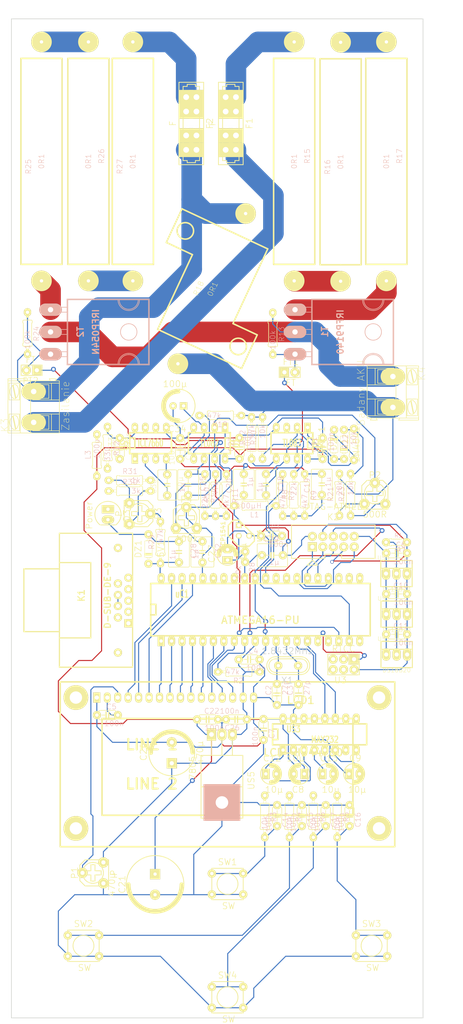
<source format=kicad_pcb>
(kicad_pcb (version 3) (host pcbnew "(2012-nov-02)-testing")
  (layers (15 Gorna signal) (0 Dolna signal))
  (net 0 "")
  (net 1 +18Va)
  (net 2 +5VD)
  (net 3 -5VA)
  (net 4 /ADC_I)
  (net 5 /ADC_U)
  (net 6 /DB0)
  (net 7 /DB1)
  (net 8 /DB2)
  (net 9 /DB3)
  (net 10 /DB4)
  (net 11 /DB5)
  (net 12 /DB6)
  (net 13 /DB7)
  (net 14 /E)
  (net 15 /MPF)
  (net 16 /OW)
  (net 17 /PWM_CHG)
  (net 18 /PWM_DSG)
  (net 19 /R/W)
  (net 20 /RESET)
  (net 21 /RS)
  (net 22 /RXD)
  (net 23 /SCL)
  (net 24 /SDA)
  (net 25 /SW1)
  (net 26 /SW2)
  (net 27 /SW3)
  (net 28 /SW4)
  (net 29 /TCK)
  (net 30 /TDI)
  (net 31 /TDO)
  (net 32 /TMS)
  (net 33 /TXD)
  (net 34 /VDD)
  (net 35 /VRef)
  (net 36 /Vo)
  (net 37 GND)
  (net 38 N-0000014)
  (net 39 N-0000015)
  (net 40 N-0000016)
  (net 41 N-0000017)
  (net 42 N-0000018)
  (net 43 N-0000028)
  (net 44 N-0000030)
  (net 45 N-0000031)
  (net 46 N-0000032)
  (net 47 N-0000033)
  (net 48 N-0000034)
  (net 49 N-0000035)
  (net 50 N-0000036)
  (net 51 N-0000037)
  (net 52 N-0000038)
  (net 53 N-0000039)
  (net 54 N-0000040)
  (net 55 N-0000041)
  (net 56 N-0000042)
  (net 57 N-0000043)
  (net 58 N-0000044)
  (net 59 N-0000045)
  (net 60 N-0000046)
  (net 61 N-0000047)
  (net 62 N-0000048)
  (net 63 N-0000049)
  (net 64 N-0000051)
  (net 65 N-000006)
  (net 66 N-0000060)
  (net 67 N-0000061)
  (net 68 N-0000062)
  (net 69 N-0000063)
  (net 70 N-0000064)
  (net 71 N-0000065)
  (net 72 N-0000066)
  (net 73 N-0000067)
  (net 74 N-0000068)
  (net 75 N-0000069)
  (net 76 N-000007)
  (net 77 N-0000070)
  (net 78 N-0000071)
  (net 79 N-0000072)
  (net 80 N-0000073)
  (net 81 N-0000074)
  (net 82 N-0000076)
  (net 83 N-0000079)
  (net 84 N-000008)
  (net 85 N-0000084)
  (net 86 N-0000085)
  (net 87 N-0000089)
  (net 88 N-0000090)
  (module X-HC49-V (layer Gorna) (at 144.75 182 180)
    (fp_text reference X1)
    (fp_text value 1.8432MHz)
    (pad 1 thru_hole circle (at -2.413 0 180) (size 1.99898 1.99898) (drill 0.8128) (layers *.Cu Pasty_Gorna Opisowa_Gorna Maski_Gorna) (net 74 N-0000068))
    (pad 2 thru_hole circle (at 2.413 0 180) (size 1.99898 1.99898) (drill 0.8128) (layers *.Cu Pasty_Gorna Opisowa_Gorna Maski_Gorna) (net 75 N-0000069))
  )
  (module TO92-123 (layer Gorna) (at 134 149.2 90)
    (fp_text reference US6)
    (fp_text value MCP1541)
    (pad 3 thru_hole rect (at 1.27 -1.27 90) (size 1.397 1.397) (drill 0.8128) (layers *.Cu *.Mask Opisowa_Gorna) (net 2 +5VD))
    (pad 2 thru_hole circle (at -1.27 -1.27 90) (size 1.397 1.397) (drill 0.8128) (layers *.Cu *.Mask Opisowa_Gorna) (net 81 N-0000074))
    (pad 1 thru_hole circle (at -1.27 1.27 90) (size 1.397 1.397) (drill 0.8128) (layers *.Cu *.Mask Opisowa_Gorna) (net 37 GND))
  )
  (module SW (layer Gorna) (at 130 235)
    (fp_text reference SW1)
    (fp_text value SW)
    (pad 1 thru_hole circle (at 3.81 -2.54) (size 2.032 2.032) (drill 0.8128) (layers *.Cu *.Mask Opisowa_Gorna) (net 65 N-000006))
    (pad 2 thru_hole circle (at 3.81 2.54) (size 2.032 2.032) (drill 0.8128) (layers *.Cu *.Mask Opisowa_Gorna) (net 37 GND))
    (pad 1 thru_hole circle (at -3.81 -2.54) (size 2.032 2.032) (drill 0.8128) (layers *.Cu *.Mask Opisowa_Gorna) (net 65 N-000006))
    (pad 2 thru_hole circle (at -3.81 2.54) (size 2.032 2.032) (drill 0.8128) (layers *.Cu *.Mask Opisowa_Gorna) (net 37 GND))
  )
  (module SW (layer Gorna) (at 95 250)
    (fp_text reference SW2)
    (fp_text value SW)
    (pad 1 thru_hole circle (at 3.81 -2.54) (size 2.032 2.032) (drill 0.8128) (layers *.Cu *.Mask Opisowa_Gorna) (net 76 N-000007))
    (pad 2 thru_hole circle (at 3.81 2.54) (size 2.032 2.032) (drill 0.8128) (layers *.Cu *.Mask Opisowa_Gorna) (net 37 GND))
    (pad 1 thru_hole circle (at -3.81 -2.54) (size 2.032 2.032) (drill 0.8128) (layers *.Cu *.Mask Opisowa_Gorna) (net 76 N-000007))
    (pad 2 thru_hole circle (at -3.81 2.54) (size 2.032 2.032) (drill 0.8128) (layers *.Cu *.Mask Opisowa_Gorna) (net 37 GND))
  )
  (module SW (layer Gorna) (at 165 250)
    (fp_text reference SW3)
    (fp_text value SW)
    (pad 1 thru_hole circle (at 3.81 -2.54) (size 2.032 2.032) (drill 0.8128) (layers *.Cu *.Mask Opisowa_Gorna) (net 84 N-000008))
    (pad 2 thru_hole circle (at 3.81 2.54) (size 2.032 2.032) (drill 0.8128) (layers *.Cu *.Mask Opisowa_Gorna) (net 37 GND))
    (pad 1 thru_hole circle (at -3.81 -2.54) (size 2.032 2.032) (drill 0.8128) (layers *.Cu *.Mask Opisowa_Gorna) (net 84 N-000008))
    (pad 2 thru_hole circle (at -3.81 2.54) (size 2.032 2.032) (drill 0.8128) (layers *.Cu *.Mask Opisowa_Gorna) (net 37 GND))
  )
  (module SW (layer Gorna) (at 130 262.5)
    (fp_text reference SW4)
    (fp_text value SW)
    (pad 1 thru_hole circle (at 3.81 -2.54) (size 2.032 2.032) (drill 0.8128) (layers *.Cu *.Mask Opisowa_Gorna) (net 63 N-0000049))
    (pad 2 thru_hole circle (at 3.81 2.54) (size 2.032 2.032) (drill 0.8128) (layers *.Cu *.Mask Opisowa_Gorna) (net 37 GND))
    (pad 1 thru_hole circle (at -3.81 -2.54) (size 2.032 2.032) (drill 0.8128) (layers *.Cu *.Mask Opisowa_Gorna) (net 63 N-0000049))
    (pad 2 thru_hole circle (at -3.81 2.54) (size 2.032 2.032) (drill 0.8128) (layers *.Cu *.Mask Opisowa_Gorna) (net 37 GND))
  )
  (module resistor-POT-H-5-5 (layer Gorna) (at 165.8 140.2)
    (fp_text reference P2)
    (fp_text value 500R)
    (pad 1 thru_hole circle (at -2.54 2.54) (size 2.49936 2.49936) (drill 1.00076) (layers *.Cu *.Mask Opisowa_Gorna) (net 58 N-0000044))
    (pad S thru_hole circle (at 0 -2.54) (size 2.49936 2.49936) (drill 1.00076) (layers *.Cu *.Mask Opisowa_Gorna) (net 52 N-0000038))
    (pad 2 thru_hole circle (at 2.54 2.54) (size 2.49936 2.49936) (drill 1.00076) (layers *.Cu *.Mask Opisowa_Gorna) (net 53 N-0000039))
  )
  (module resistor-POT-H-5-5 (layer Gorna) (at 108.7 145.1 270)
    (fp_text reference P3)
    (fp_text value P)
    (pad 1 thru_hole circle (at -2.54 2.54 270) (size 2.49936 2.49936) (drill 1.00076) (layers *.Cu *.Mask Opisowa_Gorna) (net 87 N-0000089))
    (pad S thru_hole circle (at 0 -2.54 270) (size 2.49936 2.49936) (drill 1.00076) (layers *.Cu *.Mask Opisowa_Gorna) (net 88 N-0000090))
    (pad 2 thru_hole circle (at 2.54 2.54 270) (size 2.49936 2.49936) (drill 1.00076) (layers *.Cu *.Mask Opisowa_Gorna) (net 39 N-0000015))
  )
  (module resistor-POT-H-5-5 (layer Gorna) (at 97.3 232.3 90)
    (fp_text reference P1)
    (fp_text value P)
    (pad 1 thru_hole circle (at -2.54 2.54 90) (size 2.49936 2.49936) (drill 1.00076) (layers *.Cu *.Mask Opisowa_Gorna) (net 37 GND))
    (pad S thru_hole circle (at 0 -2.54 90) (size 2.49936 2.49936) (drill 1.00076) (layers *.Cu *.Mask Opisowa_Gorna) (net 36 /Vo))
    (pad 2 thru_hole circle (at 2.54 2.54 90) (size 2.49936 2.49936) (drill 1.00076) (layers *.Cu *.Mask Opisowa_Gorna) (net 2 +5VD))
  )
  (module resistor-POT-H-5-5 (layer Gorna) (at 120 146.1)
    (fp_text reference P4)
    (fp_text value 100k)
    (pad 1 thru_hole circle (at -2.54 2.54) (size 2.49936 2.49936) (drill 1.00076) (layers *.Cu *.Mask Opisowa_Gorna) (net 52 N-0000038))
    (pad S thru_hole circle (at 0 -2.54) (size 2.49936 2.49936) (drill 1.00076) (layers *.Cu *.Mask Opisowa_Gorna) (net 4 /ADC_I))
    (pad 2 thru_hole circle (at 2.54 2.54) (size 2.49936 2.49936) (drill 1.00076) (layers *.Cu *.Mask Opisowa_Gorna) (net 4 /ADC_I))
  )
  (module resistor-25W_17x29 (layer Gorna) (at 126.4 90.6 65)
    (fp_text reference R18)
    (fp_text value 0R1)
    (pad 1 thru_hole circle (at -20 0 65) (size 5 5) (drill 0.8128) (layers *.Cu *.Mask Opisowa_Gorna) (net 67 N-0000061))
    (pad 2 thru_hole circle (at 20 -0.5 65) (size 5 5) (drill 0.8128) (layers *.Cu *.Mask Opisowa_Gorna) (net 37 GND))
  )
  (module resistor-10W_9x49 (layer Gorna) (at 157.48 59.69 90)
    (fp_text reference R16)
    (fp_text value 0R1)
    (pad 1 thru_hole circle (at -29 0 90) (size 5 5) (drill 0.8128) (layers *.Cu *.Mask Opisowa_Gorna) (net 62 N-0000048))
    (pad 2 thru_hole circle (at 29 0 90) (size 5 5) (drill 0.8128) (layers *.Cu *.Mask Opisowa_Gorna) (net 46 N-0000032))
  )
  (module resistor-10W_9x49 (layer Gorna) (at 146.2 59.6 270)
    (fp_text reference R15)
    (fp_text value 0R1)
    (pad 1 thru_hole circle (at -29 0 270) (size 5 5) (drill 0.8128) (layers *.Cu *.Mask Opisowa_Gorna) (net 45 N-0000031))
    (pad 2 thru_hole circle (at 29 0 270) (size 5 5) (drill 0.8128) (layers *.Cu *.Mask Opisowa_Gorna) (net 62 N-0000048))
  )
  (module resistor-10W_9x49 (layer Gorna) (at 84.8 59.6 90)
    (fp_text reference R25)
    (fp_text value 0R1)
    (pad 1 thru_hole circle (at -29 0 90) (size 5 5) (drill 0.8128) (layers *.Cu *.Mask Opisowa_Gorna) (net 61 N-0000047))
    (pad 2 thru_hole circle (at 29 0 90) (size 5 5) (drill 0.8128) (layers *.Cu *.Mask Opisowa_Gorna) (net 47 N-0000033))
  )
  (module resistor-10W_9x49 (layer Gorna) (at 96.2 59.6 270)
    (fp_text reference R26)
    (fp_text value 0R1)
    (pad 1 thru_hole circle (at -29 0 270) (size 5 5) (drill 0.8128) (layers *.Cu *.Mask Opisowa_Gorna) (net 47 N-0000033))
    (pad 2 thru_hole circle (at 29 0 270) (size 5 5) (drill 0.8128) (layers *.Cu *.Mask Opisowa_Gorna) (net 60 N-0000046))
  )
  (module resistor-10W_9x49 (layer Gorna) (at 107 59.6 90)
    (fp_text reference R27)
    (fp_text value 0R1)
    (pad 1 thru_hole circle (at -29 0 90) (size 5 5) (drill 0.8128) (layers *.Cu *.Mask Opisowa_Gorna) (net 60 N-0000046))
    (pad 2 thru_hole circle (at 29 0 90) (size 5 5) (drill 0.8128) (layers *.Cu *.Mask Opisowa_Gorna) (net 51 N-0000037))
  )
  (module resistor-10W_9x49 (layer Gorna) (at 168.6 59.6 270)
    (fp_text reference R17)
    (fp_text value 0R1)
    (pad 1 thru_hole circle (at -29 0 270) (size 5 5) (drill 0.8128) (layers *.Cu *.Mask Opisowa_Gorna) (net 46 N-0000032))
    (pad 2 thru_hole circle (at 29 0 270) (size 5 5) (drill 0.8128) (layers *.Cu *.Mask Opisowa_Gorna) (net 64 N-0000051))
  )
  (module PINHEAD1-3 (layer Gorna) (at 171.1 169.5)
    (fp_text reference US2)
    (fp_text value DS18B20)
    (pad 1 thru_hole oval (at -2.54 0) (size 2 3.01498) (drill 0.99822) (layers *.Cu Pasty_Gorna Opisowa_Gorna Maski_Gorna) (net 37 GND))
    (pad 2 thru_hole oval (at 0 0) (size 2 3.01498) (drill 0.99822) (layers *.Cu Pasty_Gorna Opisowa_Gorna Maski_Gorna) (net 16 /OW))
    (pad 3 thru_hole oval (at 2.54 0) (size 2 3.01498) (drill 0.99822) (layers *.Cu Pasty_Gorna Opisowa_Gorna Maski_Gorna) (net 2 +5VD))
  )
  (module PINHEAD1-3 (layer Gorna) (at 171.05 159.65)
    (fp_text reference US4)
    (fp_text value DS18B20)
    (pad 1 thru_hole oval (at -2.54 0) (size 2 3.01498) (drill 0.99822) (layers *.Cu Pasty_Gorna Opisowa_Gorna Maski_Gorna) (net 37 GND))
    (pad 2 thru_hole oval (at 0 0) (size 2 3.01498) (drill 0.99822) (layers *.Cu Pasty_Gorna Opisowa_Gorna Maski_Gorna) (net 16 /OW))
    (pad 3 thru_hole oval (at 2.54 0) (size 2 3.01498) (drill 0.99822) (layers *.Cu Pasty_Gorna Opisowa_Gorna Maski_Gorna) (net 2 +5VD))
  )
  (module PINHEAD1-3 (layer Gorna) (at 171.1 179.3)
    (fp_text reference US1)
    (fp_text value DS18B20)
    (pad 1 thru_hole oval (at -2.54 0) (size 2 3.01498) (drill 0.99822) (layers *.Cu Pasty_Gorna Opisowa_Gorna Maski_Gorna) (net 37 GND))
    (pad 2 thru_hole oval (at 0 0) (size 2 3.01498) (drill 0.99822) (layers *.Cu Pasty_Gorna Opisowa_Gorna Maski_Gorna) (net 16 /OW))
    (pad 3 thru_hole oval (at 2.54 0) (size 2 3.01498) (drill 0.99822) (layers *.Cu Pasty_Gorna Opisowa_Gorna Maski_Gorna) (net 2 +5VD))
  )
  (module PIN-2-I (layer Gorna) (at 82.4 110.3 180)
    (fp_text reference FT2)
    (fp_text value FT)
    (pad 1 thru_hole rect (at -1.27 0 180) (size 2.19964 2.19964) (drill 1.016) (layers *.Cu *.Mask Opisowa_Gorna) (net 68 N-0000062))
    (pad 2 thru_hole circle (at 1.27 0 180) (size 2.19964 2.19964) (drill 1.016) (layers *.Cu *.Mask Opisowa_Gorna) (net 43 N-0000028))
  )
  (module PIN-2-I (layer Gorna) (at 145.1 110.8)
    (fp_text reference FT1)
    (fp_text value FT)
    (pad 1 thru_hole rect (at -1.27 0) (size 2.19964 2.19964) (drill 1.016) (layers *.Cu *.Mask Opisowa_Gorna) (net 56 N-0000042))
    (pad 2 thru_hole circle (at 1.27 0) (size 2.19964 2.19964) (drill 1.016) (layers *.Cu *.Mask Opisowa_Gorna) (net 57 N-0000043))
  )
  (module LCD_ALPHA_full (layer Gorna) (at 114.75 189.75)
    (fp_text reference LCD1)
    (fp_text value LCD-HD44780)
    (pad 1 thru_hole rect (at -16.51 0) (size 1.7 2.5) (drill 1.016) (layers *.Cu *.Mask Opisowa_Gorna) (net 37 GND))
    (pad 2 thru_hole oval (at -13.97 0) (size 1.7 2.5) (drill 1.016) (layers *.Cu *.Mask Opisowa_Gorna) (net 34 /VDD))
    (pad 3 thru_hole oval (at -11.43 0) (size 1.7 2.5) (drill 1.016) (layers *.Cu *.Mask Opisowa_Gorna) (net 36 /Vo))
    (pad 4 thru_hole oval (at -8.89 0) (size 1.7 2.5) (drill 1.016) (layers *.Cu *.Mask Opisowa_Gorna) (net 21 /RS))
    (pad 5 thru_hole oval (at -6.35 0) (size 1.7 2.5) (drill 1.016) (layers *.Cu *.Mask Opisowa_Gorna) (net 19 /R/W))
    (pad 6 thru_hole oval (at -3.81 0) (size 1.7 2.5) (drill 1.016) (layers *.Cu *.Mask Opisowa_Gorna) (net 14 /E))
    (pad 7 thru_hole oval (at -1.27 0) (size 1.7 2.5) (drill 1.016) (layers *.Cu *.Mask Opisowa_Gorna) (net 6 /DB0))
    (pad 8 thru_hole oval (at 1.27 0) (size 1.7 2.5) (drill 1.016) (layers *.Cu *.Mask Opisowa_Gorna) (net 7 /DB1))
    (pad 9 thru_hole oval (at 3.81 0) (size 1.7 2.5) (drill 1.016) (layers *.Cu *.Mask Opisowa_Gorna) (net 8 /DB2))
    (pad 10 thru_hole oval (at 6.35 0) (size 1.7 2.5) (drill 1.016) (layers *.Cu *.Mask Opisowa_Gorna) (net 9 /DB3))
    (pad 11 thru_hole oval (at 8.89 0) (size 1.7 2.5) (drill 1.016) (layers *.Cu *.Mask Opisowa_Gorna) (net 10 /DB4))
    (pad 12 thru_hole oval (at 11.43 0) (size 1.7 2.5) (drill 1.016) (layers *.Cu *.Mask Opisowa_Gorna) (net 11 /DB5))
    (pad 13 thru_hole oval (at 13.97 0) (size 1.7 2.5) (drill 1.016) (layers *.Cu *.Mask Opisowa_Gorna) (net 12 /DB6))
    (pad 14 thru_hole oval (at 16.51 0) (size 1.7 2.5) (drill 1.016) (layers *.Cu *.Mask Opisowa_Gorna) (net 13 /DB7))
    (pad "" thru_hole circle (at -21.59 0) (size 5.99948 5.99948) (drill 2.99974) (layers *.Cu *.Mask Opisowa_Gorna))
    (pad "" thru_hole circle (at 52.07 0) (size 5.99948 5.99948) (drill 2.99974) (layers *.Cu *.Mask Opisowa_Gorna))
    (pad "" thru_hole circle (at -21.59 31.75) (size 5.99948 5.99948) (drill 2.99974) (layers *.Cu *.Mask Opisowa_Gorna))
    (pad "" thru_hole circle (at 52.07 31.75) (size 5.99948 5.99948) (drill 2.99974) (layers *.Cu *.Mask Opisowa_Gorna))
    (pad 15 thru_hole oval (at 19.05 0) (size 1.7 2.5) (drill 1.016) (layers *.Cu *.Mask Opisowa_Gorna) (net 2 +5VD))
    (pad 16 thru_hole oval (at 21.59 0) (size 1.7 2.5) (drill 1.016) (layers *.Cu *.Mask Opisowa_Gorna) (net 37 GND))
  )
  (module IDE-V-10 (layer Gorna) (at 155.7 151.9)
    (fp_text reference K2)
    (fp_text value JTAG-ATMEL)
    (pad 1 thru_hole rect (at -5.08 1.27) (size 2.19964 2.19964) (drill 1.016) (layers *.Cu Pasty_Gorna Opisowa_Gorna Maski_Gorna) (net 29 /TCK))
    (pad 2 thru_hole circle (at -5.08 -1.27) (size 2.19964 2.19964) (drill 1.016) (layers *.Cu Pasty_Gorna Opisowa_Gorna Maski_Gorna) (net 37 GND))
    (pad 3 thru_hole circle (at -2.54 1.27) (size 2.19964 2.19964) (drill 1.016) (layers *.Cu Pasty_Gorna Opisowa_Gorna Maski_Gorna) (net 31 /TDO))
    (pad 4 thru_hole circle (at -2.54 -1.27) (size 2.19964 2.19964) (drill 1.016) (layers *.Cu Pasty_Gorna Opisowa_Gorna Maski_Gorna) (net 2 +5VD))
    (pad 5 thru_hole circle (at 0 1.27) (size 2.19964 2.19964) (drill 1.016) (layers *.Cu Pasty_Gorna Opisowa_Gorna Maski_Gorna) (net 32 /TMS))
    (pad 6 thru_hole circle (at 0 -1.27) (size 2.19964 2.19964) (drill 1.016) (layers *.Cu Pasty_Gorna Opisowa_Gorna Maski_Gorna) (net 20 /RESET))
    (pad 7 thru_hole circle (at 2.54 1.27) (size 2.19964 2.19964) (drill 1.016) (layers *.Cu Pasty_Gorna Opisowa_Gorna Maski_Gorna) (net 2 +5VD))
    (pad 8 thru_hole circle (at 2.54 -1.27) (size 2.19964 2.19964) (drill 1.016) (layers *.Cu Pasty_Gorna Opisowa_Gorna Maski_Gorna))
    (pad 9 thru_hole circle (at 5.08 1.27) (size 2.19964 2.19964) (drill 1.016) (layers *.Cu Pasty_Gorna Opisowa_Gorna Maski_Gorna) (net 30 /TDI))
    (pad 10 thru_hole circle (at 5.08 -1.27) (size 2.19964 2.19964) (drill 1.016) (layers *.Cu Pasty_Gorna Opisowa_Gorna Maski_Gorna) (net 37 GND))
  )
  (module DIP-8__300_ELL (layer Gorna) (at 125.6 128 180)
    (fp_text reference U1)
    (fp_text value TL082)
    (pad 1 thru_hole rect (at -3.81 3.81 180) (size 1.5748 2.286) (drill 0.8128) (layers *.Cu *.Mask Opisowa_Gorna) (net 4 /ADC_I))
    (pad 2 thru_hole oval (at -1.27 3.81 180) (size 1.5748 2.286) (drill 0.8128) (layers *.Cu *.Mask Opisowa_Gorna) (net 52 N-0000038))
    (pad 3 thru_hole oval (at 1.27 3.81 180) (size 1.5748 2.286) (drill 0.8128) (layers *.Cu *.Mask Opisowa_Gorna) (net 37 GND))
    (pad 4 thru_hole oval (at 3.81 3.81 180) (size 1.5748 2.286) (drill 0.8128) (layers *.Cu *.Mask Opisowa_Gorna) (net 3 -5VA))
    (pad 5 thru_hole oval (at 3.81 -3.81 180) (size 1.5748 2.286) (drill 0.8128) (layers *.Cu *.Mask Opisowa_Gorna) (net 40 N-0000016))
    (pad 6 thru_hole oval (at 1.27 -3.81 180) (size 1.5748 2.286) (drill 0.8128) (layers *.Cu *.Mask Opisowa_Gorna) (net 42 N-0000018))
    (pad 7 thru_hole oval (at -1.27 -3.81 180) (size 1.5748 2.286) (drill 0.8128) (layers *.Cu *.Mask Opisowa_Gorna) (net 68 N-0000062))
    (pad 8 thru_hole oval (at -3.81 -3.81 180) (size 1.5748 2.286) (drill 0.8128) (layers *.Cu *.Mask Opisowa_Gorna) (net 1 +18Va))
  )
  (module DIP-8__300_ELL (layer Gorna) (at 111.3 128)
    (fp_text reference US7)
    (fp_text value ICL7660)
    (pad 1 thru_hole rect (at -3.81 3.81) (size 1.5748 2.286) (drill 0.8128) (layers *.Cu *.Mask Opisowa_Gorna))
    (pad 2 thru_hole oval (at -1.27 3.81) (size 1.5748 2.286) (drill 0.8128) (layers *.Cu *.Mask Opisowa_Gorna) (net 83 N-0000079))
    (pad 3 thru_hole oval (at 1.27 3.81) (size 1.5748 2.286) (drill 0.8128) (layers *.Cu *.Mask Opisowa_Gorna) (net 37 GND))
    (pad 4 thru_hole oval (at 3.81 3.81) (size 1.5748 2.286) (drill 0.8128) (layers *.Cu *.Mask Opisowa_Gorna) (net 38 N-0000014))
    (pad 5 thru_hole oval (at 3.81 -3.81) (size 1.5748 2.286) (drill 0.8128) (layers *.Cu *.Mask Opisowa_Gorna) (net 3 -5VA))
    (pad 6 thru_hole oval (at 1.27 -3.81) (size 1.5748 2.286) (drill 0.8128) (layers *.Cu *.Mask Opisowa_Gorna))
    (pad 7 thru_hole oval (at -1.27 -3.81) (size 1.5748 2.286) (drill 0.8128) (layers *.Cu *.Mask Opisowa_Gorna))
    (pad 8 thru_hole oval (at -3.81 -3.81) (size 1.5748 2.286) (drill 0.8128) (layers *.Cu *.Mask Opisowa_Gorna) (net 2 +5VD))
  )
  (module DIP-8__300_ELL (layer Gorna) (at 145.65 128 180)
    (fp_text reference U2)
    (fp_text value TL082)
    (pad 1 thru_hole rect (at -3.81 3.81 180) (size 1.5748 2.286) (drill 0.8128) (layers *.Cu *.Mask Opisowa_Gorna) (net 55 N-0000041))
    (pad 2 thru_hole oval (at -1.27 3.81 180) (size 1.5748 2.286) (drill 0.8128) (layers *.Cu *.Mask Opisowa_Gorna) (net 50 N-0000036))
    (pad 3 thru_hole oval (at 1.27 3.81 180) (size 1.5748 2.286) (drill 0.8128) (layers *.Cu *.Mask Opisowa_Gorna) (net 37 GND))
    (pad 4 thru_hole oval (at 3.81 3.81 180) (size 1.5748 2.286) (drill 0.8128) (layers *.Cu *.Mask Opisowa_Gorna) (net 3 -5VA))
    (pad 5 thru_hole oval (at 3.81 -3.81 180) (size 1.5748 2.286) (drill 0.8128) (layers *.Cu *.Mask Opisowa_Gorna) (net 66 N-0000060))
    (pad 6 thru_hole oval (at 1.27 -3.81 180) (size 1.5748 2.286) (drill 0.8128) (layers *.Cu *.Mask Opisowa_Gorna) (net 49 N-0000035))
    (pad 7 thru_hole oval (at -1.27 -3.81 180) (size 1.5748 2.286) (drill 0.8128) (layers *.Cu *.Mask Opisowa_Gorna) (net 56 N-0000042))
    (pad 8 thru_hole oval (at -3.81 -3.81 180) (size 1.5748 2.286) (drill 0.8128) (layers *.Cu *.Mask Opisowa_Gorna) (net 1 +18Va))
  )
  (module DIP-40__600_ELL (layer Gorna) (at 138 168.4)
    (fp_text reference uC1)
    (fp_text value ATMEGA16-PU)
    (pad 1 thru_hole rect (at -24.13 7.62) (size 1.7 2.5) (drill 0.8128) (layers *.Cu *.Mask Opisowa_Gorna) (net 6 /DB0))
    (pad 2 thru_hole oval (at -21.59 7.62) (size 1.7 2.5) (drill 0.8128) (layers *.Cu *.Mask Opisowa_Gorna) (net 7 /DB1))
    (pad 3 thru_hole oval (at -19.05 7.62) (size 1.7 2.5) (drill 0.8128) (layers *.Cu *.Mask Opisowa_Gorna) (net 8 /DB2))
    (pad 4 thru_hole oval (at -16.51 7.62) (size 1.7 2.5) (drill 0.8128) (layers *.Cu *.Mask Opisowa_Gorna) (net 9 /DB3))
    (pad 5 thru_hole oval (at -13.97 7.62) (size 1.7 2.5) (drill 0.8128) (layers *.Cu *.Mask Opisowa_Gorna) (net 10 /DB4))
    (pad 6 thru_hole oval (at -11.43 7.62) (size 1.7 2.5) (drill 0.8128) (layers *.Cu *.Mask Opisowa_Gorna) (net 11 /DB5))
    (pad 7 thru_hole oval (at -8.89 7.62) (size 1.7 2.5) (drill 0.8128) (layers *.Cu *.Mask Opisowa_Gorna) (net 12 /DB6))
    (pad 8 thru_hole oval (at -6.35 7.62) (size 1.7 2.5) (drill 0.8128) (layers *.Cu *.Mask Opisowa_Gorna) (net 13 /DB7))
    (pad 9 thru_hole oval (at -3.81 7.62) (size 1.7 2.5) (drill 0.8128) (layers *.Cu *.Mask Opisowa_Gorna) (net 20 /RESET))
    (pad 10 thru_hole oval (at -1.27 7.62) (size 1.7 2.5) (drill 0.8128) (layers *.Cu *.Mask Opisowa_Gorna) (net 2 +5VD))
    (pad 11 thru_hole oval (at 1.27 7.62) (size 1.7 2.5) (drill 0.8128) (layers *.Cu *.Mask Opisowa_Gorna) (net 37 GND))
    (pad 12 thru_hole oval (at 3.81 7.62) (size 1.7 2.5) (drill 0.8128) (layers *.Cu *.Mask Opisowa_Gorna) (net 75 N-0000069))
    (pad 13 thru_hole oval (at 6.35 7.62) (size 1.7 2.5) (drill 0.8128) (layers *.Cu *.Mask Opisowa_Gorna) (net 74 N-0000068))
    (pad 14 thru_hole oval (at 8.89 7.62) (size 1.7 2.5) (drill 0.8128) (layers *.Cu *.Mask Opisowa_Gorna) (net 22 /RXD))
    (pad 15 thru_hole oval (at 11.43 7.62) (size 1.7 2.5) (drill 0.8128) (layers *.Cu *.Mask Opisowa_Gorna) (net 33 /TXD))
    (pad 16 thru_hole oval (at 13.97 7.62) (size 1.7 2.5) (drill 0.8128) (layers *.Cu *.Mask Opisowa_Gorna) (net 15 /MPF))
    (pad 17 thru_hole oval (at 16.51 7.62) (size 1.7 2.5) (drill 0.8128) (layers *.Cu *.Mask Opisowa_Gorna) (net 26 /SW2))
    (pad 18 thru_hole oval (at 19.05 7.62) (size 1.7 2.5) (drill 0.8128) (layers *.Cu *.Mask Opisowa_Gorna) (net 18 /PWM_DSG))
    (pad 19 thru_hole oval (at 21.59 7.62) (size 1.7 2.5) (drill 0.8128) (layers *.Cu *.Mask Opisowa_Gorna) (net 17 /PWM_CHG))
    (pad 20 thru_hole oval (at 24.13 7.62) (size 1.7 2.5) (drill 0.8128) (layers *.Cu *.Mask Opisowa_Gorna) (net 27 /SW3))
    (pad 21 thru_hole oval (at 24.13 -7.62) (size 1.7 2.5) (drill 0.8128) (layers *.Cu *.Mask Opisowa_Gorna) (net 28 /SW4))
    (pad 22 thru_hole oval (at 21.59 -7.62) (size 1.7 2.5) (drill 0.8128) (layers *.Cu *.Mask Opisowa_Gorna) (net 23 /SCL))
    (pad 23 thru_hole oval (at 19.05 -7.62) (size 1.7 2.5) (drill 0.8128) (layers *.Cu *.Mask Opisowa_Gorna) (net 24 /SDA))
    (pad 24 thru_hole oval (at 16.51 -7.62) (size 1.7 2.5) (drill 0.8128) (layers *.Cu *.Mask Opisowa_Gorna) (net 29 /TCK))
    (pad 25 thru_hole oval (at 13.97 -7.62) (size 1.7 2.5) (drill 0.8128) (layers *.Cu *.Mask Opisowa_Gorna) (net 32 /TMS))
    (pad 26 thru_hole oval (at 11.43 -7.62) (size 1.7 2.5) (drill 0.8128) (layers *.Cu *.Mask Opisowa_Gorna) (net 31 /TDO))
    (pad 27 thru_hole oval (at 8.89 -7.62) (size 1.7 2.5) (drill 0.8128) (layers *.Cu *.Mask Opisowa_Gorna) (net 30 /TDI))
    (pad 28 thru_hole oval (at 6.35 -7.62) (size 1.7 2.5) (drill 0.8128) (layers *.Cu *.Mask Opisowa_Gorna) (net 25 /SW1))
    (pad 29 thru_hole oval (at 3.81 -7.62) (size 1.7 2.5) (drill 0.8128) (layers *.Cu *.Mask Opisowa_Gorna) (net 16 /OW))
    (pad 30 thru_hole oval (at 1.27 -7.62) (size 1.7 2.5) (drill 0.8128) (layers *.Cu *.Mask Opisowa_Gorna) (net 44 N-0000030))
    (pad 31 thru_hole oval (at -1.27 -7.62) (size 1.7 2.5) (drill 0.8128) (layers *.Cu *.Mask Opisowa_Gorna) (net 37 GND))
    (pad 32 thru_hole oval (at -3.81 -7.62) (size 1.7 2.5) (drill 0.8128) (layers *.Cu *.Mask Opisowa_Gorna) (net 35 /VRef))
    (pad 33 thru_hole oval (at -6.35 -7.62) (size 1.7 2.5) (drill 0.8128) (layers *.Cu *.Mask Opisowa_Gorna))
    (pad 34 thru_hole oval (at -8.89 -7.62) (size 1.7 2.5) (drill 0.8128) (layers *.Cu *.Mask Opisowa_Gorna))
    (pad 35 thru_hole oval (at -11.43 -7.62) (size 1.7 2.5) (drill 0.8128) (layers *.Cu *.Mask Opisowa_Gorna))
    (pad 36 thru_hole oval (at -13.97 -7.62) (size 1.7 2.5) (drill 0.8128) (layers *.Cu *.Mask Opisowa_Gorna) (net 4 /ADC_I))
    (pad 37 thru_hole oval (at -16.51 -7.62) (size 1.7 2.5) (drill 0.8128) (layers *.Cu *.Mask Opisowa_Gorna) (net 14 /E))
    (pad 38 thru_hole oval (at -19.05 -7.62) (size 1.7 2.5) (drill 0.8128) (layers *.Cu *.Mask Opisowa_Gorna) (net 19 /R/W))
    (pad 39 thru_hole oval (at -21.59 -7.62) (size 1.7 2.5) (drill 0.8128) (layers *.Cu *.Mask Opisowa_Gorna) (net 21 /RS))
    (pad 40 thru_hole oval (at -24.13 -7.62) (size 1.7 2.5) (drill 0.8128) (layers *.Cu *.Mask Opisowa_Gorna) (net 5 /ADC_U))
  )
  (module DIP-16__300_ELL (layer Gorna) (at 152.3824 198.675)
    (fp_text reference US3)
    (fp_text value MAX232)
    (pad 1 thru_hole rect (at -8.89 3.81) (size 1.5748 2.286) (drill 0.8128) (layers *.Cu *.Mask Opisowa_Gorna) (net 79 N-0000072))
    (pad 2 thru_hole oval (at -6.35 3.81) (size 1.7 2.5) (drill 0.8128) (layers *.Cu *.Mask Opisowa_Gorna) (net 70 N-0000064))
    (pad 3 thru_hole oval (at -3.81 3.81) (size 1.7 2.5) (drill 0.8128) (layers *.Cu *.Mask Opisowa_Gorna) (net 73 N-0000067))
    (pad 4 thru_hole oval (at -1.27 3.81) (size 1.7 2.5) (drill 0.8128) (layers *.Cu *.Mask Opisowa_Gorna) (net 80 N-0000073))
    (pad 5 thru_hole oval (at 1.27 3.81) (size 1.7 2.5) (drill 0.8128) (layers *.Cu *.Mask Opisowa_Gorna) (net 72 N-0000066))
    (pad 6 thru_hole oval (at 3.81 3.81) (size 1.7 2.5) (drill 0.8128) (layers *.Cu *.Mask Opisowa_Gorna) (net 71 N-0000065))
    (pad 7 thru_hole oval (at 6.35 3.81) (size 1.7 2.5) (drill 0.8128) (layers *.Cu *.Mask Opisowa_Gorna))
    (pad 8 thru_hole oval (at 8.89 3.81) (size 1.7 2.5) (drill 0.8128) (layers *.Cu *.Mask Opisowa_Gorna))
    (pad 9 thru_hole oval (at 8.89 -3.81) (size 1.7 2.5) (drill 0.8128) (layers *.Cu *.Mask Opisowa_Gorna))
    (pad 10 thru_hole oval (at 6.35 -3.81) (size 1.7 2.5) (drill 0.8128) (layers *.Cu *.Mask Opisowa_Gorna))
    (pad 11 thru_hole oval (at 3.81 -3.81) (size 1.7 2.5) (drill 0.8128) (layers *.Cu *.Mask Opisowa_Gorna) (net 33 /TXD))
    (pad 12 thru_hole oval (at 1.27 -3.81) (size 1.7 2.5) (drill 0.8128) (layers *.Cu *.Mask Opisowa_Gorna) (net 22 /RXD))
    (pad 13 thru_hole oval (at -1.27 -3.81) (size 1.7 2.5) (drill 0.8128) (layers *.Cu *.Mask Opisowa_Gorna) (net 77 N-0000070))
    (pad 14 thru_hole oval (at -3.81 -3.81) (size 1.7 2.5) (drill 0.8128) (layers *.Cu *.Mask Opisowa_Gorna) (net 86 N-0000085))
    (pad 15 thru_hole oval (at -6.35 -3.81) (size 1.7 2.5) (drill 0.8128) (layers *.Cu *.Mask Opisowa_Gorna) (net 37 GND))
    (pad 16 thru_hole oval (at -8.89 -3.81) (size 1.7 2.5) (drill 0.8128) (layers *.Cu *.Mask Opisowa_Gorna) (net 2 +5VD))
  )
  (module DB9FC (layer Gorna) (at 104.65 166.25 90)
    (fp_text reference K1)
    (fp_text value D-SUB-DE-9)
    (pad "" thru_hole circle (at 12.827 -1.27 90) (size 2 2) (drill 1.016) (layers *.Cu *.Mask Opisowa_Gorna))
    (pad "" thru_hole circle (at -12.573 -1.27 90) (size 2 2) (drill 1.016) (layers *.Cu *.Mask Opisowa_Gorna))
    (pad 1 thru_hole rect (at -5.461 1.27 90) (size 2 2) (drill 1.016) (layers *.Cu *.Mask Opisowa_Gorna))
    (pad 2 thru_hole circle (at -2.667 1.27 90) (size 2 2) (drill 1.016) (layers *.Cu *.Mask Opisowa_Gorna) (net 86 N-0000085))
    (pad 3 thru_hole circle (at 0 1.27 90) (size 2 2) (drill 1.016) (layers *.Cu *.Mask Opisowa_Gorna) (net 77 N-0000070))
    (pad 4 thru_hole circle (at 2.794 1.27 90) (size 2 2) (drill 1.016) (layers *.Cu *.Mask Opisowa_Gorna) (net 85 N-0000084))
    (pad 5 thru_hole circle (at 5.588 1.27 90) (size 2 2) (drill 1.016) (layers *.Cu *.Mask Opisowa_Gorna) (net 37 GND))
    (pad 6 thru_hole circle (at -4.064 -1.27 90) (size 2 2) (drill 1.016) (layers *.Cu *.Mask Opisowa_Gorna) (net 85 N-0000084))
    (pad 7 thru_hole circle (at -1.27 -1.27 90) (size 2 2) (drill 1.016) (layers *.Cu *.Mask Opisowa_Gorna) (net 78 N-0000071))
    (pad 8 thru_hole circle (at 1.397 -1.27 90) (size 2 2) (drill 1.016) (layers *.Cu *.Mask Opisowa_Gorna) (net 78 N-0000071))
    (pad 9 thru_hole circle (at 4.191 -1.27 90) (size 2 2) (drill 1.016) (layers *.Cu *.Mask Opisowa_Gorna))
  )
  (module capacitor-ELE-5-14 (layer Gorna) (at 112.4 235.1 90)
    (fp_text reference C21)
    (fp_text value 470µ)
    (pad - thru_hole circle (at -2.49936 0 90) (size 2.49936 2.49936) (drill 0.8001) (layers *.Cu *.Mask Opisowa_Gorna) (net 37 GND))
    (pad + thru_hole rect (at 2.49936 0 90) (size 2.49936 2.49936) (drill 0.8001) (layers *.Cu *.Mask Opisowa_Gorna) (net 1 +18Va))
  )
  (module capacitor-ELE-5-11 (layer Gorna) (at 116.45 203.15 90)
    (fp_text reference C24)
    (fp_text value 470µ)
    (pad + thru_hole rect (at -2.54 0 90) (size 2.49936 2.49936) (drill 1.016) (layers *.Cu *.Mask Opisowa_Gorna) (net 2 +5VD))
    (pad - thru_hole circle (at 2.54 0 90) (size 2.49936 2.49936) (drill 1.016) (layers *.Cu *.Mask Opisowa_Gorna) (net 37 GND))
  )
  (module capacitor-ELE-2.5-8 (layer Gorna) (at 118.05 118.95 180)
    (fp_text reference C34)
    (fp_text value 100µ)
    (pad + thru_hole rect (at -1.27 0 180) (size 1.80086 1.80086) (drill 0.8128) (layers *.Cu *.Mask Opisowa_Gorna) (net 37 GND))
    (pad - thru_hole circle (at 1.27 0 180) (size 1.80086 1.80086) (drill 0.8128) (layers *.Cu *.Mask Opisowa_Gorna) (net 3 -5VA))
  )
  (module capacitor-ELE-2.5-5 (layer Gorna) (at 130 155.1 90)
    (fp_text reference C27)
    (fp_text value 10µ)
    (pad + thru_hole rect (at -1.27 0 90) (size 1.80086 2.49936) (drill 0.8128) (layers *.Cu *.Mask Opisowa_Gorna) (net 81 N-0000074))
    (pad - thru_hole oval (at 1.27 0 90) (size 1.80086 2.49936) (drill 0.8128) (layers *.Cu *.Mask Opisowa_Gorna) (net 37 GND))
  )
  (module capacitor-ELE-2.5-5 (layer Gorna) (at 140.5824 208.275)
    (fp_text reference C12)
    (fp_text value 10µ)
    (pad + thru_hole rect (at -1.27 0) (size 1.80086 2.49936) (drill 0.8128) (layers *.Cu *.Mask Opisowa_Gorna) (net 79 N-0000072))
    (pad - thru_hole oval (at 1.27 0) (size 1.80086 2.49936) (drill 0.8128) (layers *.Cu *.Mask Opisowa_Gorna) (net 73 N-0000067))
  )
  (module capacitor-ELE-2.5-5 (layer Gorna) (at 154.3824 208.275)
    (fp_text reference C13)
    (fp_text value 10µ)
    (pad + thru_hole rect (at -1.27 0) (size 1.80086 2.49936) (drill 0.8128) (layers *.Cu *.Mask Opisowa_Gorna) (net 80 N-0000073))
    (pad - thru_hole oval (at 1.27 0) (size 1.80086 2.49936) (drill 0.8128) (layers *.Cu *.Mask Opisowa_Gorna) (net 72 N-0000066))
  )
  (module capacitor-ELE-2.5-5 (layer Gorna) (at 147.3824 208.275 180)
    (fp_text reference C8)
    (fp_text value 10µ)
    (pad + thru_hole rect (at -1.27 0 180) (size 1.80086 2.49936) (drill 0.8128) (layers *.Cu *.Mask Opisowa_Gorna) (net 70 N-0000064))
    (pad - thru_hole oval (at 1.27 0 180) (size 1.80086 2.49936) (drill 0.8128) (layers *.Cu *.Mask Opisowa_Gorna) (net 2 +5VD))
  )
  (module capacitor-ELE-2.5-5 (layer Gorna) (at 160.7824 208.275)
    (fp_text reference C9)
    (fp_text value 10µ)
    (pad + thru_hole rect (at -1.27 0) (size 1.80086 2.49936) (drill 0.8128) (layers *.Cu *.Mask Opisowa_Gorna) (net 37 GND))
    (pad - thru_hole oval (at 1.27 0) (size 1.80086 2.49936) (drill 0.8128) (layers *.Cu *.Mask Opisowa_Gorna) (net 71 N-0000065))
  )
  (module capacitor-C050-055X075 (layer Gorna) (at 123.9 154.4 270)
    (fp_text reference C32)
    (fp_text value 1µ)
    (pad 1 thru_hole circle (at -2.54 0 270) (size 2 2) (drill 0.8128) (layers *.Cu *.Mask Opisowa_Gorna) (net 52 N-0000038))
    (pad 2 thru_hole circle (at 2.54 0 270) (size 2 2) (drill 0.8128) (layers *.Cu *.Mask Opisowa_Gorna) (net 4 /ADC_I))
  )
  (module capacitor-C050-055X075 (layer Gorna) (at 140.9 155.2)
    (fp_text reference C29)
    (fp_text value 1µ)
    (pad 1 thru_hole circle (at -2.54 0) (size 2 2) (drill 0.8128) (layers *.Cu *.Mask Opisowa_Gorna) (net 35 /VRef))
    (pad 2 thru_hole circle (at 2.54 0) (size 2 2) (drill 0.8128) (layers *.Cu *.Mask Opisowa_Gorna) (net 37 GND))
  )
  (module capacitor-C050-050X075 (layer Gorna) (at 133.95 138.05 90)
    (fp_text reference C20)
    (fp_text value 1µ)
    (pad 1 thru_hole circle (at -2.54 0 90) (size 2 2) (drill 0.8128) (layers *.Cu *.Mask Opisowa_Gorna) (net 59 N-0000045))
    (pad 2 thru_hole circle (at 2.54 0 90) (size 2 2) (drill 0.8128) (layers *.Cu *.Mask Opisowa_Gorna) (net 37 GND))
  )
  (module capacitor-C050-050X075 (layer Gorna) (at 120.45 138.1 270)
    (fp_text reference C25)
    (fp_text value 1µ)
    (pad 1 thru_hole circle (at -2.54 0 270) (size 2 2) (drill 0.8128) (layers *.Cu *.Mask Opisowa_Gorna) (net 42 N-0000018))
    (pad 2 thru_hole circle (at 2.54 0 270) (size 2 2) (drill 0.8128) (layers *.Cu *.Mask Opisowa_Gorna) (net 68 N-0000062))
  )
  (module capacitor-C050-050X075 (layer Gorna) (at 139.35 138.05 270)
    (fp_text reference C18)
    (fp_text value 1µ)
    (pad 1 thru_hole circle (at -2.54 0 270) (size 2 2) (drill 0.8128) (layers *.Cu *.Mask Opisowa_Gorna) (net 49 N-0000035))
    (pad 2 thru_hole circle (at 2.54 0 270) (size 2 2) (drill 0.8128) (layers *.Cu *.Mask Opisowa_Gorna) (net 56 N-0000042))
  )
  (module capacitor-C050-050X075 (layer Gorna) (at 118.2 154.4 270)
    (fp_text reference C28)
    (fp_text value 1µ)
    (pad 1 thru_hole circle (at -2.54 0 270) (size 2 2) (drill 0.8128) (layers *.Cu *.Mask Opisowa_Gorna) (net 37 GND))
    (pad 2 thru_hole circle (at 2.54 0 270) (size 2 2) (drill 0.8128) (layers *.Cu *.Mask Opisowa_Gorna) (net 5 /ADC_U))
  )
  (module capacitor-C050-050X075 (layer Gorna) (at 152.9 138 90)
    (fp_text reference C19)
    (fp_text value 1µ)
    (pad 1 thru_hole circle (at -2.54 0 90) (size 2 2) (drill 0.8128) (layers *.Cu *.Mask Opisowa_Gorna) (net 48 N-0000034))
    (pad 2 thru_hole circle (at 2.54 0 90) (size 2 2) (drill 0.8128) (layers *.Cu *.Mask Opisowa_Gorna) (net 37 GND))
  )
  (module capacitor-C050-045X075 (layer Gorna) (at 115.35 138.15 90)
    (fp_text reference C30)
    (fp_text value 10µ)
    (pad 1 thru_hole circle (at -2.54 0 90) (size 2 2) (drill 0.8128) (layers *.Cu *.Mask Opisowa_Gorna) (net 83 N-0000079))
    (pad 2 thru_hole circle (at 2.54 0 90) (size 2 2) (drill 0.8128) (layers *.Cu *.Mask Opisowa_Gorna) (net 38 N-0000014))
  )
  (module capacitor-C050-024X044 (layer Gorna) (at 142 189 90)
    (fp_text reference C2)
    (fp_text value 27p)
    (pad 1 thru_hole circle (at -2.54 0 90) (size 2 2) (drill 0.8128) (layers *.Cu Pasty_Gorna Opisowa_Gorna Maski_Gorna) (net 37 GND))
    (pad 2 thru_hole circle (at 2.54 0 90) (size 2 2) (drill 0.8128) (layers *.Cu Pasty_Gorna Opisowa_Gorna Maski_Gorna) (net 75 N-0000069))
  )
  (module capacitor-C050-024X044 (layer Gorna) (at 125.15 195.05)
    (fp_text reference C22)
    (fp_text value 100n)
    (pad 1 thru_hole circle (at -2.54 0) (size 2 2) (drill 0.8128) (layers *.Cu Pasty_Gorna Opisowa_Gorna Maski_Gorna) (net 1 +18Va))
    (pad 2 thru_hole circle (at 2.54 0) (size 2 2) (drill 0.8128) (layers *.Cu Pasty_Gorna Opisowa_Gorna Maski_Gorna) (net 37 GND))
  )
  (module capacitor-C050-024X044 (layer Gorna) (at 147.25 189 90)
    (fp_text reference C3)
    (fp_text value 27p)
    (pad 1 thru_hole circle (at -2.54 0 90) (size 2 2) (drill 0.8128) (layers *.Cu Pasty_Gorna Opisowa_Gorna Maski_Gorna) (net 37 GND))
    (pad 2 thru_hole circle (at 2.54 0 90) (size 2 2) (drill 0.8128) (layers *.Cu Pasty_Gorna Opisowa_Gorna Maski_Gorna) (net 74 N-0000068))
  )
  (module capacitor-C050-024X044 (layer Gorna) (at 140.7 150.5)
    (fp_text reference C1)
    (fp_text value 100n)
    (pad 1 thru_hole circle (at -2.54 0) (size 2 2) (drill 0.8128) (layers *.Cu Pasty_Gorna Opisowa_Gorna Maski_Gorna) (net 37 GND))
    (pad 2 thru_hole circle (at 2.54 0) (size 2 2) (drill 0.8128) (layers *.Cu Pasty_Gorna Opisowa_Gorna Maski_Gorna) (net 44 N-0000030))
  )
  (module capacitor-C050-024X044 (layer Gorna) (at 135.25 180.5)
    (fp_text reference C4)
    (fp_text value 100n)
    (pad 1 thru_hole circle (at -2.54 0) (size 2 2) (drill 0.8128) (layers *.Cu Pasty_Gorna Opisowa_Gorna Maski_Gorna) (net 2 +5VD))
    (pad 2 thru_hole circle (at 2.54 0) (size 2 2) (drill 0.8128) (layers *.Cu Pasty_Gorna Opisowa_Gorna Maski_Gorna) (net 37 GND))
  )
  (module capacitor-C050-024X044 (layer Gorna) (at 171.1 174.4)
    (fp_text reference C11)
    (fp_text value 100n)
    (pad 1 thru_hole circle (at -2.54 0) (size 2 2) (drill 0.8128) (layers *.Cu Pasty_Gorna Opisowa_Gorna Maski_Gorna) (net 37 GND))
    (pad 2 thru_hole circle (at 2.54 0) (size 2 2) (drill 0.8128) (layers *.Cu Pasty_Gorna Opisowa_Gorna Maski_Gorna) (net 2 +5VD))
  )
  (module capacitor-C050-024X044 (layer Gorna) (at 153.1 129.3 90)
    (fp_text reference C31)
    (fp_text value 100n)
    (pad 1 thru_hole circle (at -2.54 0 90) (size 2 2) (drill 0.8128) (layers *.Cu Pasty_Gorna Opisowa_Gorna Maski_Gorna) (net 1 +18Va))
    (pad 2 thru_hole circle (at 2.54 0 90) (size 2 2) (drill 0.8128) (layers *.Cu Pasty_Gorna Opisowa_Gorna Maski_Gorna) (net 3 -5VA))
  )
  (module capacitor-C050-024X044 (layer Gorna) (at 138.75 197.5 270)
    (fp_text reference C7)
    (fp_text value 100n)
    (pad 1 thru_hole circle (at -2.54 0 270) (size 2 2) (drill 0.8128) (layers *.Cu Pasty_Gorna Opisowa_Gorna Maski_Gorna) (net 2 +5VD))
    (pad 2 thru_hole circle (at 2.54 0 270) (size 2 2) (drill 0.8128) (layers *.Cu Pasty_Gorna Opisowa_Gorna Maski_Gorna) (net 37 GND))
  )
  (module capacitor-C050-024X044 (layer Gorna) (at 132.9 129.25 90)
    (fp_text reference C23)
    (fp_text value 100n)
    (pad 1 thru_hole circle (at -2.54 0 90) (size 2 2) (drill 0.8128) (layers *.Cu Pasty_Gorna Opisowa_Gorna Maski_Gorna) (net 1 +18Va))
    (pad 2 thru_hole circle (at 2.54 0 90) (size 2 2) (drill 0.8128) (layers *.Cu Pasty_Gorna Opisowa_Gorna Maski_Gorna) (net 3 -5VA))
  )
  (module capacitor-C050-024X044 (layer Gorna) (at 103.8 129.3 90)
    (fp_text reference C33)
    (fp_text value 100n)
    (pad 1 thru_hole circle (at -2.54 0 90) (size 2 2) (drill 0.8128) (layers *.Cu Pasty_Gorna Opisowa_Gorna Maski_Gorna) (net 37 GND))
    (pad 2 thru_hole circle (at 2.54 0 90) (size 2 2) (drill 0.8128) (layers *.Cu Pasty_Gorna Opisowa_Gorna Maski_Gorna) (net 2 +5VD))
  )
  (module capacitor-C050-024X044 (layer Gorna) (at 100.8 194)
    (fp_text reference C5)
    (fp_text value 100n)
    (pad 1 thru_hole circle (at -2.54 0) (size 2 2) (drill 0.8128) (layers *.Cu Pasty_Gorna Opisowa_Gorna Maski_Gorna) (net 37 GND))
    (pad 2 thru_hole circle (at 2.54 0) (size 2 2) (drill 0.8128) (layers *.Cu Pasty_Gorna Opisowa_Gorna Maski_Gorna) (net 34 /VDD))
  )
  (module capacitor-C050-024X044 (layer Gorna) (at 132.15 195.05 180)
    (fp_text reference C26)
    (fp_text value 100n)
    (pad 1 thru_hole circle (at -2.54 0 180) (size 2 2) (drill 0.8128) (layers *.Cu Pasty_Gorna Opisowa_Gorna Maski_Gorna) (net 2 +5VD))
    (pad 2 thru_hole circle (at 2.54 0 180) (size 2 2) (drill 0.8128) (layers *.Cu Pasty_Gorna Opisowa_Gorna Maski_Gorna) (net 37 GND))
  )
  (module capacitor-C050-024X044 (layer Gorna) (at 118.5 129.3 270)
    (fp_text reference C35)
    (fp_text value 100n)
    (pad 1 thru_hole circle (at -2.54 0 270) (size 2 2) (drill 0.8128) (layers *.Cu Pasty_Gorna Opisowa_Gorna Maski_Gorna) (net 3 -5VA))
    (pad 2 thru_hole circle (at 2.54 0 270) (size 2 2) (drill 0.8128) (layers *.Cu Pasty_Gorna Opisowa_Gorna Maski_Gorna) (net 37 GND))
  )
  (module capacitor-C050-024X044 (layer Gorna) (at 142.05 218.4 270)
    (fp_text reference C14)
    (fp_text value 100n)
    (pad 1 thru_hole circle (at -2.54 0 270) (size 2 2) (drill 0.8128) (layers *.Cu Pasty_Gorna Opisowa_Gorna Maski_Gorna) (net 37 GND))
    (pad 2 thru_hole circle (at 2.54 0 270) (size 2 2) (drill 0.8128) (layers *.Cu Pasty_Gorna Opisowa_Gorna Maski_Gorna) (net 65 N-000006))
  )
  (module capacitor-C050-024X044 (layer Gorna) (at 148.05 218.4 270)
    (fp_text reference C15)
    (fp_text value 100n)
    (pad 1 thru_hole circle (at -2.54 0 270) (size 2 2) (drill 0.8128) (layers *.Cu Pasty_Gorna Opisowa_Gorna Maski_Gorna) (net 37 GND))
    (pad 2 thru_hole circle (at 2.54 0 270) (size 2 2) (drill 0.8128) (layers *.Cu Pasty_Gorna Opisowa_Gorna Maski_Gorna) (net 76 N-000007))
  )
  (module capacitor-C050-024X044 (layer Gorna) (at 159.65 218.4 270)
    (fp_text reference C16)
    (fp_text value 100n)
    (pad 1 thru_hole circle (at -2.54 0 270) (size 2 2) (drill 0.8128) (layers *.Cu Pasty_Gorna Opisowa_Gorna Maski_Gorna) (net 37 GND))
    (pad 2 thru_hole circle (at 2.54 0 270) (size 2 2) (drill 0.8128) (layers *.Cu Pasty_Gorna Opisowa_Gorna Maski_Gorna) (net 84 N-000008))
  )
  (module capacitor-C050-024X044 (layer Gorna) (at 153.85 218.4 270)
    (fp_text reference C17)
    (fp_text value 100n)
    (pad 1 thru_hole circle (at -2.54 0 270) (size 2 2) (drill 0.8128) (layers *.Cu Pasty_Gorna Opisowa_Gorna Maski_Gorna) (net 37 GND))
    (pad 2 thru_hole circle (at 2.54 0 270) (size 2 2) (drill 0.8128) (layers *.Cu Pasty_Gorna Opisowa_Gorna Maski_Gorna) (net 63 N-0000049))
  )
  (module capacitor-C050-024X044 (layer Gorna) (at 171.1 164.6)
    (fp_text reference C10)
    (fp_text value 100n)
    (pad 1 thru_hole circle (at -2.54 0) (size 2 2) (drill 0.8128) (layers *.Cu Pasty_Gorna Opisowa_Gorna Maski_Gorna) (net 37 GND))
    (pad 2 thru_hole circle (at 2.54 0) (size 2 2) (drill 0.8128) (layers *.Cu Pasty_Gorna Opisowa_Gorna Maski_Gorna) (net 2 +5VD))
  )
  (module capacitor-C050-024X044 (layer Gorna) (at 171.1 154.7)
    (fp_text reference C6)
    (fp_text value 100n)
    (pad 1 thru_hole circle (at -2.54 0) (size 2 2) (drill 0.8128) (layers *.Cu Pasty_Gorna Opisowa_Gorna Maski_Gorna) (net 37 GND))
    (pad 2 thru_hole circle (at 2.54 0) (size 2 2) (drill 0.8128) (layers *.Cu Pasty_Gorna Opisowa_Gorna Maski_Gorna) (net 2 +5VD))
  )
  (module BEZP-19MM-AMFGN (layer Gorna) (at 121.2 50.4 270)
    (fp_text reference F2)
    (fp_text value F)
    (pad 2 thru_hole rect (at 2.90068 1.24968 270) (size 3.50012 3.50012) (drill 1.39954) (layers *.Cu *.Mask Opisowa_Gorna) (net 37 GND))
    (pad 2 thru_hole rect (at 2.90068 -1.24968 270) (size 3.50012 3.50012) (drill 1.39954) (layers *.Cu *.Mask Opisowa_Gorna) (net 37 GND))
    (pad 2 thru_hole rect (at 6.4008 1.24968 270) (size 3.50012 3.50012) (drill 1.39954) (layers *.Cu *.Mask Opisowa_Gorna) (net 37 GND))
    (pad 2 thru_hole rect (at 6.4008 -1.24968 270) (size 3.50012 3.50012) (drill 1.39954) (layers *.Cu *.Mask Opisowa_Gorna) (net 37 GND))
    (pad 1 thru_hole rect (at -2.90068 -1.24968 270) (size 3.50012 3.50012) (drill 1.39954) (layers *.Cu *.Mask Opisowa_Gorna) (net 51 N-0000037))
    (pad 1 thru_hole rect (at -2.90068 1.24968 270) (size 3.50012 3.50012) (drill 1.39954) (layers *.Cu *.Mask Opisowa_Gorna) (net 51 N-0000037))
    (pad 1 thru_hole rect (at -6.4008 1.24968 270) (size 3.50012 3.50012) (drill 1.39954) (layers *.Cu *.Mask Opisowa_Gorna) (net 51 N-0000037))
    (pad 1 thru_hole trapezoid (at -6.4008 -1.24968 270) (size 3.50012 3.50012) (drill 1.39954) (layers *.Cu *.Mask Opisowa_Gorna) (net 51 N-0000037))
  )
  (module BEZP-19MM-AMFGN (layer Gorna) (at 130.8 50.4 270)
    (fp_text reference F1)
    (fp_text value F)
    (pad 2 thru_hole rect (at 2.90068 1.24968 270) (size 3.50012 3.50012) (drill 1.39954) (layers *.Cu *.Mask Opisowa_Gorna) (net 41 N-0000017))
    (pad 2 thru_hole rect (at 2.90068 -1.24968 270) (size 3.50012 3.50012) (drill 1.39954) (layers *.Cu *.Mask Opisowa_Gorna) (net 41 N-0000017))
    (pad 2 thru_hole rect (at 6.4008 1.24968 270) (size 3.50012 3.50012) (drill 1.39954) (layers *.Cu *.Mask Opisowa_Gorna) (net 41 N-0000017))
    (pad 2 thru_hole rect (at 6.4008 -1.24968 270) (size 3.50012 3.50012) (drill 1.39954) (layers *.Cu *.Mask Opisowa_Gorna) (net 41 N-0000017))
    (pad 1 thru_hole rect (at -2.90068 -1.24968 270) (size 3.50012 3.50012) (drill 1.39954) (layers *.Cu *.Mask Opisowa_Gorna) (net 45 N-0000031))
    (pad 1 thru_hole rect (at -2.90068 1.24968 270) (size 3.50012 3.50012) (drill 1.39954) (layers *.Cu *.Mask Opisowa_Gorna) (net 45 N-0000031))
    (pad 1 thru_hole rect (at -6.4008 1.24968 270) (size 3.50012 3.50012) (drill 1.39954) (layers *.Cu *.Mask Opisowa_Gorna) (net 45 N-0000031))
    (pad 1 thru_hole trapezoid (at -6.4008 -1.24968 270) (size 3.50012 3.50012) (drill 1.39954) (layers *.Cu *.Mask Opisowa_Gorna) (net 45 N-0000031))
  )
  (module ark500-2 (layer Gorna) (at 82.9 119.2 90)
    (fp_text reference K3)
    (fp_text value Zasilanie)
    (pad 1 thru_hole oval (at -3.74904 0 90) (size 3.98018 5.96138) (drill 1.3208) (layers *.Cu Pasty_Gorna Opisowa_Gorna Maski_Gorna) (net 41 N-0000017))
    (pad 2 thru_hole oval (at 3.73888 0 90) (size 3.98018 5.96138) (drill 1.3208) (layers *.Cu Pasty_Gorna Opisowa_Gorna Maski_Gorna) (net 37 GND))
  )
  (module ark500-2 (layer Gorna) (at 170.18 115.57 270)
    (fp_text reference K4)
    (fp_text value "Badany AKU")
    (pad 1 thru_hole oval (at -3.74904 0 270) (size 3.98018 5.96138) (drill 1.3208) (layers *.Cu Pasty_Gorna Opisowa_Gorna Maski_Gorna) (net 69 N-0000063))
    (pad 2 thru_hole oval (at 3.73888 0 270) (size 3.98018 5.96138) (drill 1.3208) (layers *.Cu Pasty_Gorna Opisowa_Gorna Maski_Gorna) (net 67 N-0000061))
  )
  (module D-LED-O-5mm (layer Gorna) (at 100.95 145.3 270)
    (fp_text reference D3)
    (fp_text value Power)
    (pad A thru_hole rect (at -1.27 0 270) (size 1.99898 2.99974) (drill 0.8128) (layers *.Cu Pasty_Gorna Opisowa_Gorna Maski_Gorna) (net 82 N-0000076))
    (pad K thru_hole oval (at 1.27 0 270) (size 1.99898 2.99974) (drill 0.8128) (layers *.Cu Pasty_Gorna Opisowa_Gorna Maski_Gorna) (net 37 GND))
  )
  (module resistor-0207/2V (layer Gorna) (at 134.3 155.6 270)
    (fp_text reference R28)
    (fp_text value 10k)
    (pad 1 thru_hole circle (at -1.27 0 270) (size 2 2) (drill 0.8128) (layers *.Cu Pasty_Gorna Opisowa_Gorna Maski_Gorna) (net 81 N-0000074))
    (pad 2 thru_hole circle (at 1.27 0 270) (size 2 2) (drill 0.8128) (layers *.Cu Pasty_Gorna Opisowa_Gorna Maski_Gorna) (net 35 /VRef))
  )
  (module TO-220-H (layer Gorna) (at 128.6436 198.705 270)
    (fp_text reference US5)
    (fp_text value 7805)
    (pad 1 thru_hole rect (at 0 2.54 270) (size 3 2.2) (drill 1.143) (layers *.Cu *.Mask Opisowa_Gorna) (net 1 +18Va))
    (pad 2 thru_hole oval (at 0 -2.54 270) (size 3 2.2) (drill 1.143) (layers *.Cu *.Mask Opisowa_Gorna) (net 2 +5VD))
    (pad 3 thru_hole oval (at 0 0 270) (size 3 2.2) (drill 1.143) (layers *.Cu *.Mask Opisowa_Gorna) (net 37 GND))
    (pad 3 thru_hole rect (at 16.51 0 270) (size 8.89 8.89) (drill 3.048) (layers *.Cu *.SilkS *.Mask) (net 37 GND))
  )
  (module DO-35 (layer Gorna) (at 110.8 153.7 90)
    (fp_text reference DZ1)
    (fp_text value 5V1)
    (pad A thru_hole circle (at 3.556 0 270) (size 1.99898 1.99898) (drill 0.8001) (layers *.Cu Pasty_Gorna Opisowa_Gorna Maski_Gorna) (net 37 GND))
    (pad K thru_hole circle (at -3.556 0 270) (size 1.99898 1.99898) (drill 0.8001) (layers *.Cu Pasty_Gorna Opisowa_Gorna Maski_Gorna) (net 5 /ADC_U))
  )
  (module DO-35 (layer Gorna) (at 155.9 128.3 270)
    (fp_text reference D1)
    (fp_text value 1N4841)
    (pad A thru_hole circle (at 3.556 0 90) (size 1.99898 1.99898) (drill 0.8001) (layers *.Cu Pasty_Gorna Opisowa_Gorna Maski_Gorna) (net 55 N-0000041))
    (pad K thru_hole circle (at -3.556 0 90) (size 1.99898 1.99898) (drill 0.8001) (layers *.Cu Pasty_Gorna Opisowa_Gorna Maski_Gorna) (net 50 N-0000036))
  )
  (module DO-35 (layer Gorna) (at 158.3 128.3 90)
    (fp_text reference D2)
    (fp_text value 1N4841)
    (pad A thru_hole circle (at 3.556 0 270) (size 1.99898 1.99898) (drill 0.8001) (layers *.Cu Pasty_Gorna Opisowa_Gorna Maski_Gorna) (net 54 N-0000040))
    (pad K thru_hole circle (at -3.556 0 270) (size 1.99898 1.99898) (drill 0.8001) (layers *.Cu Pasty_Gorna Opisowa_Gorna Maski_Gorna) (net 55 N-0000041))
  )
  (module resistor-0207-10-ELL (layer Gorna) (at 136.7 143.2 180)
    (fp_text reference L1)
    (fp_text value 100µH)
    (pad 1 thru_hole oval (at -5.08 0 180) (size 2 1.8) (drill 0.8128) (layers *.Cu Pasty_Gorna Opisowa_Gorna Maski_Gorna) (net 44 N-0000030))
    (pad 2 thru_hole oval (at 5.08 0 180) (size 2 1.8) (drill 0.8128) (layers *.Cu Pasty_Gorna Opisowa_Gorna Maski_Gorna) (net 2 +5VD))
  )
  (module resistor-0207-10-ELL (layer Gorna) (at 146.1 140.6 90)
    (fp_text reference R8)
    (fp_text value 22k)
    (pad 1 thru_hole oval (at -5.08 0 90) (size 2 1.8) (drill 0.8128) (layers *.Cu Pasty_Gorna Opisowa_Gorna Maski_Gorna) (net 48 N-0000034))
    (pad 2 thru_hole oval (at 5.08 0 90) (size 2 1.8) (drill 0.8128) (layers *.Cu Pasty_Gorna Opisowa_Gorna Maski_Gorna) (net 49 N-0000035))
  )
  (module resistor-0207-10-ELL (layer Gorna) (at 81.4 101.3 270)
    (fp_text reference R24)
    (fp_text value 100k)
    (pad 1 thru_hole oval (at -5.08 0 270) (size 2 1.8) (drill 0.8128) (layers *.Cu Pasty_Gorna Opisowa_Gorna Maski_Gorna) (net 43 N-0000028))
    (pad 2 thru_hole oval (at 5.08 0 270) (size 2 1.8) (drill 0.8128) (layers *.Cu Pasty_Gorna Opisowa_Gorna Maski_Gorna) (net 37 GND))
  )
  (module resistor-0207-10-ELL (layer Gorna) (at 141 101.4 270)
    (fp_text reference R13)
    (fp_text value 100k)
    (pad 1 thru_hole oval (at -5.08 0 270) (size 2 1.8) (drill 0.8128) (layers *.Cu Pasty_Gorna Opisowa_Gorna Maski_Gorna) (net 69 N-0000063))
    (pad 2 thru_hole oval (at 5.08 0 270) (size 2 1.8) (drill 0.8128) (layers *.Cu Pasty_Gorna Opisowa_Gorna Maski_Gorna) (net 57 N-0000043))
  )
  (module resistor-0207-10-ELL (layer Gorna) (at 127.1 140.6 90)
    (fp_text reference R10)
    (fp_text value 47k)
    (pad 1 thru_hole oval (at -5.08 0 90) (size 2 1.8) (drill 0.8128) (layers *.Cu Pasty_Gorna Opisowa_Gorna Maski_Gorna) (net 59 N-0000045))
    (pad 2 thru_hole oval (at 5.08 0 90) (size 2 1.8) (drill 0.8128) (layers *.Cu Pasty_Gorna Opisowa_Gorna Maski_Gorna) (net 18 /PWM_DSG))
  )
  (module resistor-0207-10-ELL (layer Gorna) (at 128.27 121.285 180)
    (fp_text reference R19)
    (fp_text value 47k)
    (pad 1 thru_hole oval (at -5.08 0 180) (size 2 1.8) (drill 0.8128) (layers *.Cu Pasty_Gorna Opisowa_Gorna Maski_Gorna) (net 67 N-0000061))
    (pad 2 thru_hole oval (at 5.08 0 180) (size 2 1.8) (drill 0.8128) (layers *.Cu Pasty_Gorna Opisowa_Gorna Maski_Gorna) (net 40 N-0000016))
  )
  (module resistor-0207-10-ELL (layer Gorna) (at 159.9 140.5 90)
    (fp_text reference R23)
    (fp_text value 10k)
    (pad 1 thru_hole oval (at -5.08 0 90) (size 2 1.8) (drill 0.8128) (layers *.Cu Pasty_Gorna Opisowa_Gorna Maski_Gorna) (net 53 N-0000039))
    (pad 2 thru_hole oval (at 5.08 0 90) (size 2 1.8) (drill 0.8128) (layers *.Cu Pasty_Gorna Opisowa_Gorna Maski_Gorna) (net 54 N-0000040))
  )
  (module resistor-0207-10-ELL (layer Gorna) (at 106.2 139.6)
    (fp_text reference R30)
    (fp_text value 3k)
    (pad 1 thru_hole oval (at -5.08 0) (size 2 1.8) (drill 0.8128) (layers *.Cu Pasty_Gorna Opisowa_Gorna Maski_Gorna) (net 69 N-0000063))
    (pad 2 thru_hole oval (at 5.08 0) (size 2 1.8) (drill 0.8128) (layers *.Cu Pasty_Gorna Opisowa_Gorna Maski_Gorna) (net 39 N-0000015))
  )
  (module resistor-0207-10-ELL (layer Gorna) (at 106.2 137)
    (fp_text reference R31)
    (fp_text value 1k)
    (pad 1 thru_hole oval (at -5.08 0) (size 2 1.8) (drill 0.8128) (layers *.Cu Pasty_Gorna Opisowa_Gorna Maski_Gorna) (net 87 N-0000089))
    (pad 2 thru_hole oval (at 5.08 0) (size 2 1.8) (drill 0.8128) (layers *.Cu Pasty_Gorna Opisowa_Gorna Maski_Gorna) (net 37 GND))
  )
  (module resistor-0207-10-ELL (layer Gorna) (at 157.2 140.5 90)
    (fp_text reference R21)
    (fp_text value 20k)
    (pad 1 thru_hole oval (at -5.08 0 90) (size 2 1.8) (drill 0.8128) (layers *.Cu Pasty_Gorna Opisowa_Gorna Maski_Gorna) (net 58 N-0000044))
    (pad 2 thru_hole oval (at 5.08 0 90) (size 2 1.8) (drill 0.8128) (layers *.Cu Pasty_Gorna Opisowa_Gorna Maski_Gorna) (net 67 N-0000061))
  )
  (module resistor-0207-10-ELL (layer Gorna) (at 138.5 126.75 90)
    (fp_text reference R20)
    (fp_text value 10k)
    (pad 1 thru_hole oval (at -5.08 0 90) (size 2 1.8) (drill 0.8128) (layers *.Cu Pasty_Gorna Opisowa_Gorna Maski_Gorna) (net 50 N-0000036))
    (pad 2 thru_hole oval (at 5.08 0 90) (size 2 1.8) (drill 0.8128) (layers *.Cu Pasty_Gorna Opisowa_Gorna Maski_Gorna) (net 67 N-0000061))
  )
  (module resistor-0207-10-ELL (layer Gorna) (at 143.4 140.6 270)
    (fp_text reference R7)
    (fp_text value 47k)
    (pad 1 thru_hole oval (at -5.08 0 270) (size 2 1.8) (drill 0.8128) (layers *.Cu Pasty_Gorna Opisowa_Gorna Maski_Gorna) (net 17 /PWM_CHG))
    (pad 2 thru_hole oval (at 5.08 0 270) (size 2 1.8) (drill 0.8128) (layers *.Cu Pasty_Gorna Opisowa_Gorna Maski_Gorna) (net 48 N-0000034))
  )
  (module resistor-0207-10-ELL (layer Gorna) (at 132.75 183.5 180)
    (fp_text reference R2)
    (fp_text value 47k)
    (pad 1 thru_hole oval (at -5.08 0 180) (size 2 1.8) (drill 0.8128) (layers *.Cu Pasty_Gorna Opisowa_Gorna Maski_Gorna) (net 2 +5VD))
    (pad 2 thru_hole oval (at 5.08 0 180) (size 2 1.8) (drill 0.8128) (layers *.Cu Pasty_Gorna Opisowa_Gorna Maski_Gorna) (net 20 /RESET))
  )
  (module resistor-0207-10-ELL (layer Gorna) (at 113.7 152.1 90)
    (fp_text reference R29)
    (fp_text value 47k)
    (pad 1 thru_hole oval (at -5.08 0 90) (size 2 1.8) (drill 0.8128) (layers *.Cu Pasty_Gorna Opisowa_Gorna Maski_Gorna) (net 5 /ADC_U))
    (pad 2 thru_hole oval (at 5.08 0 90) (size 2 1.8) (drill 0.8128) (layers *.Cu Pasty_Gorna Opisowa_Gorna Maski_Gorna) (net 88 N-0000090))
  )
  (module resistor-0207-10-ELL (layer Gorna) (at 135.85 126.75 90)
    (fp_text reference R12)
    (fp_text value 47k)
    (pad 1 thru_hole oval (at -5.08 0 90) (size 2 1.8) (drill 0.8128) (layers *.Cu Pasty_Gorna Opisowa_Gorna Maski_Gorna) (net 66 N-0000060))
    (pad 2 thru_hole oval (at 5.08 0 90) (size 2 1.8) (drill 0.8128) (layers *.Cu Pasty_Gorna Opisowa_Gorna Maski_Gorna) (net 67 N-0000061))
  )
  (module resistor-0207-10-ELL (layer Gorna) (at 150.85 218.6 270)
    (fp_text reference R6)
    (fp_text value 10k)
    (pad 1 thru_hole oval (at -5.08 0 270) (size 2 1.8) (drill 0.8128) (layers *.Cu Pasty_Gorna Opisowa_Gorna Maski_Gorna) (net 28 /SW4))
    (pad 2 thru_hole oval (at 5.08 0 270) (size 2 1.8) (drill 0.8128) (layers *.Cu Pasty_Gorna Opisowa_Gorna Maski_Gorna) (net 63 N-0000049))
  )
  (module resistor-0207-10-ELL (layer Gorna) (at 100.85 129.1 270)
    (fp_text reference R32)
    (fp_text value 330)
    (pad 1 thru_hole oval (at -5.08 0 270) (size 2 1.8) (drill 0.8128) (layers *.Cu Pasty_Gorna Opisowa_Gorna Maski_Gorna) (net 2 +5VD))
    (pad 2 thru_hole oval (at 5.08 0 270) (size 2 1.8) (drill 0.8128) (layers *.Cu Pasty_Gorna Opisowa_Gorna Maski_Gorna) (net 82 N-0000076))
  )
  (module resistor-0207-10-ELL (layer Gorna) (at 156.65 218.6 270)
    (fp_text reference R5)
    (fp_text value 10k)
    (pad 1 thru_hole oval (at -5.08 0 270) (size 2 1.8) (drill 0.8128) (layers *.Cu Pasty_Gorna Opisowa_Gorna Maski_Gorna) (net 27 /SW3))
    (pad 2 thru_hole oval (at 5.08 0 270) (size 2 1.8) (drill 0.8128) (layers *.Cu Pasty_Gorna Opisowa_Gorna Maski_Gorna) (net 84 N-000008))
  )
  (module resistor-0207-10-ELL (layer Gorna) (at 145.05 218.6 270)
    (fp_text reference R4)
    (fp_text value 10k)
    (pad 1 thru_hole oval (at -5.08 0 270) (size 2 1.8) (drill 0.8128) (layers *.Cu Pasty_Gorna Opisowa_Gorna Maski_Gorna) (net 26 /SW2))
    (pad 2 thru_hole oval (at 5.08 0 270) (size 2 1.8) (drill 0.8128) (layers *.Cu Pasty_Gorna Opisowa_Gorna Maski_Gorna) (net 76 N-000007))
  )
  (module resistor-0207-10-ELL (layer Gorna) (at 139.05 218.6 270)
    (fp_text reference R3)
    (fp_text value 10k)
    (pad 1 thru_hole oval (at -5.08 0 270) (size 2 1.8) (drill 0.8128) (layers *.Cu Pasty_Gorna Opisowa_Gorna Maski_Gorna) (net 25 /SW1))
    (pad 2 thru_hole oval (at 5.08 0 270) (size 2 1.8) (drill 0.8128) (layers *.Cu Pasty_Gorna Opisowa_Gorna Maski_Gorna) (net 65 N-000006))
  )
  (module resistor-0207-10-ELL (layer Gorna) (at 124.5 140.6 270)
    (fp_text reference R14)
    (fp_text value 22k)
    (pad 1 thru_hole oval (at -5.08 0 270) (size 2 1.8) (drill 0.8128) (layers *.Cu Pasty_Gorna Opisowa_Gorna Maski_Gorna) (net 42 N-0000018))
    (pad 2 thru_hole oval (at 5.08 0 270) (size 2 1.8) (drill 0.8128) (layers *.Cu Pasty_Gorna Opisowa_Gorna Maski_Gorna) (net 59 N-0000045))
  )
  (module resistor-0207-10-ELL (layer Gorna) (at 129.7 140.6 270)
    (fp_text reference R11)
    (fp_text value 4k7)
    (pad 1 thru_hole oval (at -5.08 0 270) (size 2 1.8) (drill 0.8128) (layers *.Cu Pasty_Gorna Opisowa_Gorna Maski_Gorna) (net 37 GND))
    (pad 2 thru_hole oval (at 5.08 0 270) (size 2 1.8) (drill 0.8128) (layers *.Cu Pasty_Gorna Opisowa_Gorna Maski_Gorna) (net 59 N-0000045))
  )
  (module resistor-0207-10-ELL (layer Gorna) (at 148.75 140.55 270)
    (fp_text reference R9)
    (fp_text value 4k7)
    (pad 1 thru_hole oval (at -5.08 0 270) (size 2 1.8) (drill 0.8128) (layers *.Cu Pasty_Gorna Opisowa_Gorna Maski_Gorna) (net 37 GND))
    (pad 2 thru_hole oval (at 5.08 0 270) (size 2 1.8) (drill 0.8128) (layers *.Cu Pasty_Gorna Opisowa_Gorna Maski_Gorna) (net 48 N-0000034))
  )
  (module resistor-0207-10-ELL (layer Gorna) (at 98.25 130.95 90)
    (fp_text reference L3)
    (fp_text value 100u)
    (pad 1 thru_hole oval (at -5.08 0 90) (size 2 1.8) (drill 0.8128) (layers *.Cu Pasty_Gorna Opisowa_Gorna Maski_Gorna) (net 1 +18Va))
    (pad 2 thru_hole oval (at 5.08 0 90) (size 2 1.8) (drill 0.8128) (layers *.Cu Pasty_Gorna Opisowa_Gorna Maski_Gorna) (net 45 N-0000031))
  )
  (module resistor-0204/5 (layer Gorna) (at 171.05 152.05)
    (fp_text reference R1)
    (fp_text value 4k7)
    (pad 1 thru_hole circle (at -2.54 0) (size 2 2) (drill 0.8128) (layers *.Cu Pasty_Gorna Opisowa_Gorna Maski_Gorna) (net 16 /OW))
    (pad 2 thru_hole circle (at 2.54 0) (size 2 2) (drill 0.8128) (layers *.Cu Pasty_Gorna Opisowa_Gorna Maski_Gorna) (net 2 +5VD))
  )
  (module TO-247AC_V_inv (layer Dolna) (at 146.4 101 90)
    (fp_text reference T1)
    (fp_text value IRFP9140)
    (pad S thru_hole oval (at 5.4 0 90) (size 2.99974 5.4991) (drill 1.30048) (layers *.Cu *.Mask Opisowa_Dolna) (net 64 N-0000051))
    (pad D thru_hole oval (at 0 0 90) (size 2.99974 5.4991) (drill 1.30048) (layers *.Cu *.Mask Opisowa_Dolna) (net 69 N-0000063))
    (pad G thru_hole oval (at -5.4 0 90) (size 2.99974 5.4991) (drill 1.30048) (layers *.Cu *.Mask Opisowa_Dolna) (net 57 N-0000043))
  )
  (module TO-247AC_V_inv (layer Dolna) (at 87 101 90)
    (fp_text reference T2)
    (fp_text value IRFP054N)
    (pad S thru_hole oval (at 5.4 0 90) (size 2.99974 5.4991) (drill 1.30048) (layers *.Cu *.Mask Opisowa_Dolna) (net 61 N-0000047))
    (pad D thru_hole oval (at 0 0 90) (size 2.99974 5.4991) (drill 1.30048) (layers *.Cu *.Mask Opisowa_Dolna) (net 69 N-0000063))
    (pad G thru_hole oval (at -5.4 0 90) (size 2.99974 5.4991) (drill 1.30048) (layers *.Cu *.Mask Opisowa_Dolna) (net 43 N-0000028))
  )
  (module PIN-6-II (layer Gorna) (at 158.2 181.7 180)
    (fp_text reference U3)
    (fp_text value RTCC)
    (pad 1 thru_hole rect (at -2.54 1.27 180) (size 2.19964 2.19964) (drill 1.016) (layers *.Cu *.Mask Opisowa_Gorna) (net 15 /MPF))
    (pad 2 thru_hole circle (at -2.54 -1.27 180) (size 2.19964 2.19964) (drill 1.016) (layers *.Cu *.Mask Opisowa_Gorna) (net 2 +5VD))
    (pad 3 thru_hole circle (at 0 1.27 180) (size 2.19964 2.19964) (drill 1.016) (layers *.Cu *.Mask Opisowa_Gorna) (net 23 /SCL))
    (pad 4 thru_hole circle (at 0 -1.27 180) (size 2.19964 2.19964) (drill 1.016) (layers *.Cu *.Mask Opisowa_Gorna) (net 37 GND))
    (pad 5 thru_hole circle (at 2.54 1.27 180) (size 2.19964 2.19964) (drill 1.016) (layers *.Cu *.Mask Opisowa_Gorna) (net 24 /SDA))
    (pad 6 thru_hole circle (at 2.54 -1.27 180) (size 2.19964 2.19964) (drill 1.016) (layers *.Cu *.Mask Opisowa_Gorna))
  )
  (module resistor-0207/7 (layer Gorna) (at 160.7 128.3 90)
    (fp_text reference R22)
    (fp_text value 10k)
    (pad 1 thru_hole circle (at -3.81 0 90) (size 2 2) (drill 0.8128) (layers *.Cu Pasty_Gorna Opisowa_Gorna Maski_Gorna) (net 50 N-0000036))
    (pad 2 thru_hole circle (at 3.81 0 90) (size 2 2) (drill 0.8128) (layers *.Cu Pasty_Gorna Opisowa_Gorna Maski_Gorna) (net 54 N-0000040))
  )
  (segment (start 122.61 195.05) (end 105.65 195.05) (width 0.254) (layer Gorna) (net 1))
  (segment (start 98.25 139.2) (end 98.25 136.03) (width 0.254) (layer Gorna) (net 1))
  (segment (start 95.15 142.3) (end 98.25 139.2) (width 0.254) (layer Gorna) (net 1))
  (segment (start 95.15 149.2) (end 95.15 142.3) (width 0.254) (layer Gorna) (net 1))
  (segment (start 99.4 153.45) (end 95.15 149.2) (width 0.254) (layer Gorna) (net 1))
  (segment (start 99.4 178.4) (end 99.4 153.45) (width 0.254) (layer Gorna) (net 1))
  (segment (start 97.05 180.75) (end 99.4 178.4) (width 0.254) (layer Gorna) (net 1))
  (segment (start 93.85 180.75) (end 97.05 180.75) (width 0.254) (layer Gorna) (net 1))
  (segment (start 88.9 185.7) (end 93.85 180.75) (width 0.254) (layer Gorna) (net 1))
  (segment (start 88.9 193.1) (end 88.9 185.7) (width 0.254) (layer Gorna) (net 1))
  (segment (start 91.85 196.05) (end 88.9 193.1) (width 0.254) (layer Gorna) (net 1))
  (segment (start 104.65 196.05) (end 91.85 196.05) (width 0.254) (layer Gorna) (net 1))
  (segment (start 105.65 195.05) (end 104.65 196.05) (width 0.254) (layer Gorna) (net 1))
  (segment (start 98.25 136.03) (end 98.25 130.95) (width 0.254) (layer Gorna) (net 1))
  (segment (start 98.25 130.95) (end 100.1 129.1) (width 0.254) (layer Gorna) (net 1))
  (segment (start 100.1 129.1) (end 131.25 129.1) (width 0.254) (layer Gorna) (net 1))
  (segment (start 131.25 129.1) (end 132.9 130.75) (width 0.254) (layer Gorna) (net 1))
  (segment (start 132.9 130.75) (end 132.9 131.79) (width 0.254) (layer Gorna) (net 1))
  (segment (start 112.4 232.60064) (end 112.4 218.95) (width 0.254) (layer Dolna) (net 1))
  (segment (start 126.1036 205.2464) (end 126.1036 198.705) (width 0.254) (layer Gorna) (net 1))
  (segment (start 121.45 209.9) (end 126.1036 205.2464) (width 0.254) (layer Gorna) (net 1))
  (via (at 121.45 209.9) (size 1.2) (layers Gorna Dolna) (net 1))
  (segment (start 112.4 218.95) (end 121.45 209.9) (width 0.254) (layer Dolna) (net 1))
  (segment (start 132.9 131.79) (end 132.9 131.1) (width 0.254) (layer Gorna) (net 1))
  (segment (start 153.1 130.45) (end 153.1 131.84) (width 0.254) (layer Gorna) (net 1))
  (segment (start 152.1 129.45) (end 153.1 130.45) (width 0.254) (layer Gorna) (net 1))
  (segment (start 134.55 129.45) (end 152.1 129.45) (width 0.254) (layer Gorna) (net 1))
  (segment (start 132.9 131.1) (end 134.55 129.45) (width 0.254) (layer Gorna) (net 1))
  (segment (start 132.9 131.79) (end 129.43 131.79) (width 0.254) (layer Dolna) (net 1))
  (segment (start 129.43 131.79) (end 129.41 131.81) (width 0.254) (layer Dolna) (net 1))
  (segment (start 153.1 131.84) (end 149.49 131.84) (width 0.254) (layer Dolna) (net 1))
  (segment (start 149.49 131.84) (end 149.46 131.81) (width 0.254) (layer Dolna) (net 1))
  (segment (start 126.1036 198.705) (end 124.705 198.705) (width 0.254) (layer Dolna) (net 1))
  (segment (start 124.705 198.705) (end 122.61 196.61) (width 0.254) (layer Dolna) (net 1))
  (segment (start 122.61 196.61) (end 122.61 195.05) (width 0.254) (layer Dolna) (net 1))
  (segment (start 153.16 150.63) (end 153.16 149.04) (width 0.254) (layer Dolna) (net 2))
  (segment (start 173.59 150.29) (end 173.59 152.05) (width 0.254) (layer Dolna) (net 2))
  (segment (start 171 147.7) (end 173.59 150.29) (width 0.254) (layer Dolna) (net 2))
  (segment (start 154.5 147.7) (end 171 147.7) (width 0.254) (layer Dolna) (net 2))
  (segment (start 153.16 149.04) (end 154.5 147.7) (width 0.254) (layer Dolna) (net 2))
  (segment (start 132.73 147.93) (end 169.47 147.93) (width 0.254) (layer Gorna) (net 2))
  (segment (start 169.47 147.93) (end 173.59 152.05) (width 0.254) (layer Gorna) (net 2))
  (segment (start 100.85 124.02) (end 100.85 125.5) (width 0.254) (layer Dolna) (net 2))
  (segment (start 102.11 126.76) (end 103.8 126.76) (width 0.254) (layer Dolna) (net 2))
  (segment (start 100.85 125.5) (end 102.11 126.76) (width 0.254) (layer Dolna) (net 2))
  (segment (start 160.74 182.97) (end 172.03 182.97) (width 0.254) (layer Dolna) (net 2))
  (segment (start 173.64 181.36) (end 173.64 179.3) (width 0.254) (layer Dolna) (net 2))
  (segment (start 172.03 182.97) (end 173.64 181.36) (width 0.254) (layer Dolna) (net 2))
  (segment (start 131.62 143.2) (end 131.62 145.42) (width 0.254) (layer Dolna) (net 2))
  (segment (start 132.73 146.53) (end 132.73 147.93) (width 0.254) (layer Dolna) (net 2))
  (segment (start 131.62 145.42) (end 132.73 146.53) (width 0.254) (layer Dolna) (net 2))
  (segment (start 99.84 229.76) (end 99.84 227.16) (width 0.254) (layer Dolna) (net 2))
  (segment (start 116.45 210.55) (end 116.45 205.69) (width 0.254) (layer Dolna) (net 2))
  (segment (start 99.84 227.16) (end 116.45 210.55) (width 0.254) (layer Dolna) (net 2))
  (segment (start 158.24 153.17) (end 158.24 153.96) (width 0.254) (layer Dolna) (net 2))
  (segment (start 171.74 156.6) (end 173.64 154.7) (width 0.254) (layer Gorna) (net 2))
  (segment (start 155.6 156.6) (end 171.74 156.6) (width 0.254) (layer Gorna) (net 2))
  (segment (start 155.4 156.8) (end 155.6 156.6) (width 0.254) (layer Gorna) (net 2))
  (via (at 155.4 156.8) (size 0.889) (layers Gorna Dolna) (net 2))
  (segment (start 158.24 153.96) (end 155.4 156.8) (width 0.254) (layer Dolna) (net 2))
  (segment (start 116.45 205.69) (end 127.11 205.69) (width 0.254) (layer Dolna) (net 2))
  (segment (start 131.1836 201.6164) (end 131.1836 198.705) (width 0.254) (layer Dolna) (net 2))
  (segment (start 127.11 205.69) (end 131.1836 201.6164) (width 0.254) (layer Dolna) (net 2))
  (segment (start 134.69 195.05) (end 138.66 195.05) (width 0.254) (layer Gorna) (net 2))
  (segment (start 138.66 195.05) (end 138.75 194.96) (width 0.254) (layer Gorna) (net 2))
  (segment (start 138.75 194.96) (end 143.3974 194.96) (width 0.254) (layer Dolna) (net 2))
  (segment (start 143.3974 194.96) (end 143.4924 194.865) (width 0.254) (layer Dolna) (net 2))
  (segment (start 133.8 189.75) (end 133.8 192.6) (width 0.254) (layer Dolna) (net 2))
  (segment (start 134.69 193.49) (end 134.69 195.05) (width 0.254) (layer Dolna) (net 2))
  (segment (start 133.8 192.6) (end 134.69 193.49) (width 0.254) (layer Dolna) (net 2))
  (segment (start 134.69 195.05) (end 134.69 197.31) (width 0.254) (layer Dolna) (net 2))
  (segment (start 134.69 197.31) (end 133.295 198.705) (width 0.254) (layer Dolna) (net 2))
  (segment (start 133.295 198.705) (end 131.1836 198.705) (width 0.254) (layer Dolna) (net 2))
  (segment (start 173.59 152.05) (end 173.59 154.65) (width 0.254) (layer Dolna) (net 2))
  (segment (start 173.59 154.65) (end 173.64 154.7) (width 0.254) (layer Dolna) (net 2))
  (segment (start 107.49 124.19) (end 107.49 125.61) (width 0.254) (layer Dolna) (net 2))
  (segment (start 106.34 126.76) (end 103.8 126.76) (width 0.254) (layer Dolna) (net 2))
  (segment (start 107.49 125.61) (end 106.34 126.76) (width 0.254) (layer Dolna) (net 2))
  (segment (start 173.64 179.3) (end 173.64 174.4) (width 0.254) (layer Dolna) (net 2))
  (segment (start 173.64 174.4) (end 173.64 169.5) (width 0.254) (layer Dolna) (net 2))
  (segment (start 173.64 169.5) (end 173.64 164.6) (width 0.254) (layer Dolna) (net 2))
  (segment (start 173.64 164.6) (end 173.59 164.55) (width 0.254) (layer Dolna) (net 2))
  (segment (start 173.59 164.55) (end 173.59 154.75) (width 0.254) (layer Dolna) (net 2))
  (segment (start 173.59 154.75) (end 173.64 154.7) (width 0.254) (layer Dolna) (net 2))
  (segment (start 146.1124 208.275) (end 146.1124 205.8624) (width 0.254) (layer Dolna) (net 2))
  (segment (start 146.1124 205.8624) (end 144.775 204.525) (width 0.254) (layer Dolna) (net 2))
  (segment (start 144.775 204.525) (end 144.775 198.675) (width 0.254) (layer Dolna) (net 2))
  (segment (start 144.775 198.675) (end 143.4924 197.3924) (width 0.254) (layer Dolna) (net 2))
  (segment (start 143.4924 197.3924) (end 143.4924 194.865) (width 0.254) (layer Dolna) (net 2))
  (segment (start 133.8 189.75) (end 133.8 184.2) (width 0.254) (layer Dolna) (net 2))
  (segment (start 133.8 184.2) (end 134.5 183.5) (width 0.254) (layer Dolna) (net 2))
  (segment (start 137.83 183.5) (end 134.5 183.5) (width 0.254) (layer Dolna) (net 2))
  (segment (start 134.5 183.5) (end 134.25 183.5) (width 0.254) (layer Dolna) (net 2))
  (segment (start 132.71 181.96) (end 132.71 180.5) (width 0.254) (layer Dolna) (net 2))
  (segment (start 134.25 183.5) (end 132.71 181.96) (width 0.254) (layer Dolna) (net 2))
  (segment (start 132.71 180.5) (end 133.25 180.5) (width 0.254) (layer Dolna) (net 2))
  (segment (start 136.73 177.02) (end 136.73 176.02) (width 0.254) (layer Dolna) (net 2))
  (segment (start 133.25 180.5) (end 136.73 177.02) (width 0.254) (layer Dolna) (net 2))
  (segment (start 132.9 126.71) (end 118.55 126.71) (width 0.254) (layer Gorna) (net 3))
  (segment (start 118.55 126.71) (end 118.5 126.76) (width 0.254) (layer Gorna) (net 3))
  (segment (start 132.9 126.71) (end 132.94 126.71) (width 0.254) (layer Dolna) (net 3))
  (segment (start 139.98 126.05) (end 141.84 124.19) (width 0.254) (layer Dolna) (net 3))
  (segment (start 133.6 126.05) (end 139.98 126.05) (width 0.254) (layer Dolna) (net 3))
  (segment (start 132.94 126.71) (end 133.6 126.05) (width 0.254) (layer Dolna) (net 3))
  (segment (start 151.85 121.9) (end 152.1 121.9) (width 0.254) (layer Dolna) (net 3))
  (segment (start 141.84 123.36) (end 143.3 121.9) (width 0.254) (layer Dolna) (net 3))
  (segment (start 143.3 121.9) (end 151.85 121.9) (width 0.254) (layer Dolna) (net 3))
  (segment (start 141.84 124.19) (end 141.84 123.36) (width 0.254) (layer Dolna) (net 3))
  (segment (start 153.1 122.9) (end 153.1 126.76) (width 0.254) (layer Dolna) (net 3))
  (segment (start 152.1 121.9) (end 153.1 122.9) (width 0.254) (layer Dolna) (net 3))
  (segment (start 116.78 118.95) (end 116.78 122.63) (width 0.254) (layer Dolna) (net 3))
  (segment (start 116.78 122.63) (end 118.5 124.35) (width 0.254) (layer Dolna) (net 3))
  (segment (start 118.5 124.35) (end 118.5 126.76) (width 0.254) (layer Dolna) (net 3))
  (segment (start 121.79 124.19) (end 121.79 124.86) (width 0.254) (layer Dolna) (net 3))
  (segment (start 121.79 124.86) (end 119.89 126.76) (width 0.254) (layer Dolna) (net 3))
  (segment (start 119.89 126.76) (end 118.5 126.76) (width 0.254) (layer Dolna) (net 3))
  (segment (start 118.5 126.76) (end 116.21 126.76) (width 0.254) (layer Dolna) (net 3))
  (segment (start 116.21 126.76) (end 115.11 125.66) (width 0.254) (layer Dolna) (net 3))
  (segment (start 115.11 125.66) (end 115.11 124.19) (width 0.254) (layer Dolna) (net 3))
  (segment (start 122.54 148.64) (end 124.84 148.64) (width 0.254) (layer Dolna) (net 4))
  (segment (start 123.9 155.4) (end 123.9 156.94) (width 0.254) (layer Dolna) (net 4))
  (segment (start 126.2 153.1) (end 123.9 155.4) (width 0.254) (layer Dolna) (net 4))
  (segment (start 126.2 150) (end 126.2 153.1) (width 0.254) (layer Dolna) (net 4))
  (segment (start 124.84 148.64) (end 126.2 150) (width 0.254) (layer Dolna) (net 4))
  (segment (start 129.41 124.19) (end 129.41 129.14) (width 0.254) (layer Dolna) (net 4))
  (segment (start 125.59 143.56) (end 120 143.56) (width 0.254) (layer Dolna) (net 4))
  (segment (start 131.05 138.1) (end 125.59 143.56) (width 0.254) (layer Dolna) (net 4))
  (segment (start 131.05 134.75) (end 131.05 138.1) (width 0.254) (layer Dolna) (net 4))
  (segment (start 130.3 134) (end 131.05 134.75) (width 0.254) (layer Dolna) (net 4))
  (segment (start 129 134) (end 130.3 134) (width 0.254) (layer Dolna) (net 4))
  (segment (start 128.15 133.15) (end 129 134) (width 0.254) (layer Dolna) (net 4))
  (segment (start 128.15 130.4) (end 128.15 133.15) (width 0.254) (layer Dolna) (net 4))
  (segment (start 129.41 129.14) (end 128.15 130.4) (width 0.254) (layer Dolna) (net 4))
  (segment (start 120 143.56) (end 120 146.1) (width 0.254) (layer Dolna) (net 4))
  (segment (start 120 146.1) (end 122.54 148.64) (width 0.254) (layer Dolna) (net 4))
  (segment (start 123.9 156.94) (end 123.9 160.65) (width 0.254) (layer Dolna) (net 4))
  (segment (start 123.9 160.65) (end 124.03 160.78) (width 0.254) (layer Dolna) (net 4))
  (segment (start 110.8 157.256) (end 113.624 157.256) (width 0.254) (layer Dolna) (net 5))
  (segment (start 113.624 157.256) (end 113.7 157.18) (width 0.254) (layer Dolna) (net 5))
  (segment (start 118.2 156.94) (end 113.94 156.94) (width 0.254) (layer Dolna) (net 5))
  (segment (start 113.624 160.534) (end 113.87 160.78) (width 0.254) (layer Dolna) (net 5))
  (segment (start 113.624 157.256) (end 113.624 160.534) (width 0.254) (layer Dolna) (net 5))
  (segment (start 113.94 156.94) (end 113.624 157.256) (width 0.254) (layer Dolna) (net 5))
  (segment (start 113.87 176.02) (end 113.87 186.38) (width 0.254) (layer Dolna) (net 6))
  (segment (start 113.48 186.77) (end 113.48 189.75) (width 0.254) (layer Dolna) (net 6))
  (segment (start 113.87 186.38) (end 113.48 186.77) (width 0.254) (layer Dolna) (net 6))
  (segment (start 116.41 176.02) (end 116.41 186.34) (width 0.254) (layer Dolna) (net 7))
  (segment (start 116.02 186.73) (end 116.02 189.75) (width 0.254) (layer Dolna) (net 7))
  (segment (start 116.41 186.34) (end 116.02 186.73) (width 0.254) (layer Dolna) (net 7))
  (segment (start 118.56 189.75) (end 118.56 186.94) (width 0.254) (layer Dolna) (net 8))
  (segment (start 118.95 186.55) (end 118.95 176.02) (width 0.254) (layer Dolna) (net 8))
  (segment (start 118.56 186.94) (end 118.95 186.55) (width 0.254) (layer Dolna) (net 8))
  (segment (start 121.1 189.75) (end 121.1 187.15) (width 0.254) (layer Dolna) (net 9))
  (segment (start 121.49 186.76) (end 121.49 176.02) (width 0.254) (layer Dolna) (net 9))
  (segment (start 121.1 187.15) (end 121.49 186.76) (width 0.254) (layer Dolna) (net 9))
  (segment (start 124.03 176.02) (end 124.03 186.97) (width 0.254) (layer Dolna) (net 10))
  (segment (start 123.64 187.36) (end 123.64 189.75) (width 0.254) (layer Dolna) (net 10))
  (segment (start 124.03 186.97) (end 123.64 187.36) (width 0.254) (layer Dolna) (net 10))
  (segment (start 126.18 189.75) (end 126.18 185.68) (width 0.254) (layer Dolna) (net 11))
  (segment (start 126.57 180.243152) (end 126.57 176.02) (width 0.254) (layer Dolna) (net 11))
  (segment (start 125.233996 181.579156) (end 126.57 180.243152) (width 0.254) (layer Dolna) (net 11))
  (segment (start 125.233996 184.733996) (end 125.233996 181.579156) (width 0.254) (layer Dolna) (net 11))
  (segment (start 126.18 185.68) (end 125.233996 184.733996) (width 0.254) (layer Dolna) (net 11))
  (segment (start 128.72 189.75) (end 128.72 187.47) (width 0.254) (layer Dolna) (net 12))
  (segment (start 129.11 178.421576) (end 129.11 176.02) (width 0.254) (layer Dolna) (net 12))
  (segment (start 125.741998 181.789578) (end 129.11 178.421576) (width 0.254) (layer Dolna) (net 12))
  (segment (start 125.741998 184.491998) (end 125.741998 181.789578) (width 0.254) (layer Dolna) (net 12))
  (segment (start 128.72 187.47) (end 125.741998 184.491998) (width 0.254) (layer Dolna) (net 12))
  (segment (start 131.65 176.02) (end 131.65 177.85) (width 0.254) (layer Dolna) (net 13))
  (segment (start 131.26 187.26) (end 131.26 189.75) (width 0.254) (layer Dolna) (net 13))
  (segment (start 129.75 185.75) (end 131.26 187.26) (width 0.254) (layer Dolna) (net 13))
  (segment (start 127.75 185.75) (end 129.75 185.75) (width 0.254) (layer Dolna) (net 13))
  (segment (start 126.25 184.25) (end 127.75 185.75) (width 0.254) (layer Dolna) (net 13))
  (segment (start 126.25 182) (end 126.25 184.25) (width 0.254) (layer Dolna) (net 13))
  (segment (start 130 178.25) (end 126.25 182) (width 0.254) (layer Dolna) (net 13))
  (segment (start 131.25 178.25) (end 130 178.25) (width 0.254) (layer Dolna) (net 13))
  (segment (start 131.65 177.85) (end 131.25 178.25) (width 0.254) (layer Dolna) (net 13))
  (segment (start 110.94 189.75) (end 110.94 175.51) (width 0.254) (layer Dolna) (net 14))
  (segment (start 121.49 164.96) (end 121.49 160.78) (width 0.254) (layer Dolna) (net 14))
  (segment (start 110.94 175.51) (end 121.49 164.96) (width 0.254) (layer Dolna) (net 14))
  (segment (start 160.74 180.43) (end 162.37 180.43) (width 0.254) (layer Dolna) (net 15))
  (segment (start 151.97 175.28) (end 151.97 176.02) (width 0.254) (layer Dolna) (net 15))
  (segment (start 153.2 174.05) (end 151.97 175.28) (width 0.254) (layer Dolna) (net 15))
  (via (at 153.2 174.05) (size 1.2) (layers Gorna Dolna) (net 15))
  (segment (start 153.25 174.1) (end 153.2 174.05) (width 0.254) (layer Gorna) (net 15))
  (segment (start 153.25 178) (end 153.25 174.1) (width 0.254) (layer Gorna) (net 15))
  (segment (start 154 178.75) (end 153.25 178) (width 0.254) (layer Gorna) (net 15))
  (segment (start 162.45 178.75) (end 154 178.75) (width 0.254) (layer Gorna) (net 15))
  (segment (start 163.25 179.55) (end 162.45 178.75) (width 0.254) (layer Gorna) (net 15))
  (via (at 163.25 179.55) (size 1.2) (layers Gorna Dolna) (net 15))
  (segment (start 162.37 180.43) (end 163.25 179.55) (width 0.254) (layer Dolna) (net 15))
  (segment (start 168.51 152.05) (end 170.3 152.05) (width 0.254) (layer Dolna) (net 16))
  (segment (start 171.05 152.8) (end 171.05 159.65) (width 0.254) (layer Dolna) (net 16))
  (segment (start 170.3 152.05) (end 171.05 152.8) (width 0.254) (layer Dolna) (net 16))
  (segment (start 171.05 159.65) (end 171.05 169.45) (width 0.254) (layer Dolna) (net 16))
  (segment (start 171.05 169.45) (end 171.1 169.5) (width 0.254) (layer Dolna) (net 16))
  (segment (start 171.1 169.5) (end 171.1 179.3) (width 0.254) (layer Dolna) (net 16))
  (segment (start 140.55 156.05) (end 140.55 150.1) (width 0.254) (layer Dolna) (net 17))
  (segment (start 138 158.6) (end 140.55 156.05) (width 0.254) (layer Dolna) (net 17))
  (segment (start 138 162.35) (end 138 158.6) (width 0.254) (layer Dolna) (net 17))
  (segment (start 138.85 163.2) (end 138 162.35) (width 0.254) (layer Dolna) (net 17))
  (segment (start 140.55 163.2) (end 138.85 163.2) (width 0.254) (layer Dolna) (net 17))
  (segment (start 159.59 167.09) (end 157.6 165.1) (width 0.254) (layer Dolna) (net 17))
  (segment (start 157.6 165.1) (end 142.45 165.1) (width 0.254) (layer Dolna) (net 17))
  (segment (start 142.45 165.1) (end 140.55 163.2) (width 0.254) (layer Dolna) (net 17))
  (segment (start 140.55 150.1) (end 139.45 149) (width 0.254) (layer Dolna) (net 17))
  (segment (start 139.45 149) (end 139.45 143.45) (width 0.254) (layer Dolna) (net 17))
  (segment (start 139.45 143.45) (end 143.4 139.5) (width 0.254) (layer Dolna) (net 17))
  (segment (start 143.4 135.52) (end 143.4 139.5) (width 0.254) (layer Dolna) (net 17))
  (segment (start 159.59 167.09) (end 159.59 176.02) (width 0.254) (layer Dolna) (net 17))
  (segment (start 127.1 135.52) (end 127.1 140.95) (width 0.254) (layer Gorna) (net 18))
  (segment (start 157.05 173.9) (end 157.05 176.02) (width 0.254) (layer Dolna) (net 18))
  (segment (start 155.85 172.7) (end 157.05 173.9) (width 0.254) (layer Dolna) (net 18))
  (segment (start 137.3 172.7) (end 155.85 172.7) (width 0.254) (layer Dolna) (net 18))
  (segment (start 137 173) (end 137.3 172.7) (width 0.254) (layer Dolna) (net 18))
  (segment (start 133.9 173) (end 137 173) (width 0.254) (layer Dolna) (net 18))
  (segment (start 132.85 174.05) (end 133.9 173) (width 0.254) (layer Dolna) (net 18))
  (via (at 132.85 174.05) (size 1.2) (layers Gorna Dolna) (net 18))
  (segment (start 132.95 173.95) (end 132.85 174.05) (width 0.254) (layer Gorna) (net 18))
  (segment (start 132.95 158.95) (end 132.95 173.95) (width 0.254) (layer Gorna) (net 18))
  (segment (start 132.3 158.3) (end 132.95 158.95) (width 0.254) (layer Gorna) (net 18))
  (segment (start 132.3 153.15) (end 132.3 158.3) (width 0.254) (layer Gorna) (net 18))
  (segment (start 131.25 152.1) (end 132.3 153.15) (width 0.254) (layer Gorna) (net 18))
  (segment (start 131.25 145.1) (end 131.25 152.1) (width 0.254) (layer Gorna) (net 18))
  (segment (start 127.1 140.95) (end 131.25 145.1) (width 0.254) (layer Gorna) (net 18))
  (segment (start 108.4 189.75) (end 108.4 176.55) (width 0.254) (layer Dolna) (net 19))
  (segment (start 118.95 166) (end 118.95 160.78) (width 0.254) (layer Dolna) (net 19))
  (segment (start 108.4 176.55) (end 118.95 166) (width 0.254) (layer Dolna) (net 19))
  (segment (start 155.7 150.63) (end 155.7 149.15) (width 0.254) (layer Dolna) (net 20))
  (segment (start 134.19 175.31) (end 134.19 176.02) (width 0.254) (layer Dolna) (net 20))
  (segment (start 135.45 174.05) (end 134.19 175.31) (width 0.254) (layer Dolna) (net 20))
  (via (at 135.45 174.05) (size 1.2) (layers Gorna Dolna) (net 20))
  (segment (start 135.45 159.55) (end 135.45 174.05) (width 0.254) (layer Gorna) (net 20))
  (segment (start 136.15 158.85) (end 135.45 159.55) (width 0.254) (layer Gorna) (net 20))
  (segment (start 144.05 158.85) (end 136.15 158.85) (width 0.254) (layer Gorna) (net 20))
  (segment (start 147.6 155.3) (end 144.05 158.85) (width 0.254) (layer Gorna) (net 20))
  (segment (start 161.45 155.3) (end 147.6 155.3) (width 0.254) (layer Gorna) (net 20))
  (segment (start 167.55 149.2) (end 161.45 155.3) (width 0.254) (layer Gorna) (net 20))
  (via (at 167.55 149.2) (size 1.2) (layers Gorna Dolna) (net 20))
  (segment (start 166.95 148.6) (end 167.55 149.2) (width 0.254) (layer Dolna) (net 20))
  (segment (start 156.25 148.6) (end 166.95 148.6) (width 0.254) (layer Dolna) (net 20))
  (segment (start 155.7 149.15) (end 156.25 148.6) (width 0.254) (layer Dolna) (net 20))
  (segment (start 127.67 183.5) (end 127.67 181.58) (width 0.254) (layer Dolna) (net 20))
  (segment (start 134.19 178.56) (end 134.19 176.02) (width 0.254) (layer Dolna) (net 20))
  (segment (start 133.75 179) (end 134.19 178.56) (width 0.254) (layer Dolna) (net 20))
  (segment (start 130.25 179) (end 133.75 179) (width 0.254) (layer Dolna) (net 20))
  (segment (start 127.67 181.58) (end 130.25 179) (width 0.254) (layer Dolna) (net 20))
  (segment (start 105.86 189.75) (end 105.86 188.04) (width 0.254) (layer Dolna) (net 21))
  (segment (start 116.41 167.49) (end 116.41 160.78) (width 0.254) (layer Dolna) (net 21))
  (segment (start 107.5 176.4) (end 116.41 167.49) (width 0.254) (layer Dolna) (net 21))
  (segment (start 107.5 186.4) (end 107.5 176.4) (width 0.254) (layer Dolna) (net 21))
  (segment (start 105.86 188.04) (end 107.5 186.4) (width 0.254) (layer Dolna) (net 21))
  (segment (start 153.6524 194.865) (end 153.6524 186.6524) (width 0.254) (layer Dolna) (net 22))
  (segment (start 146.89 177.49) (end 146.89 176.02) (width 0.254) (layer Dolna) (net 22))
  (segment (start 147.4 178) (end 146.89 177.49) (width 0.254) (layer Dolna) (net 22))
  (segment (start 149.4 178) (end 147.4 178) (width 0.254) (layer Dolna) (net 22))
  (segment (start 150.891998 179.491998) (end 149.4 178) (width 0.254) (layer Dolna) (net 22))
  (segment (start 150.891998 183.891998) (end 150.891998 179.491998) (width 0.254) (layer Dolna) (net 22))
  (segment (start 153.6524 186.6524) (end 150.891998 183.891998) (width 0.254) (layer Dolna) (net 22))
  (segment (start 154.51 160.78) (end 154.51 161.94) (width 0.254) (layer Dolna) (net 29))
  (segment (start 150.62 156.53) (end 150.62 153.17) (width 0.254) (layer Dolna) (net 29))
  (segment (start 148.15 159) (end 150.62 156.53) (width 0.254) (layer Dolna) (net 29))
  (segment (start 148.15 161.85) (end 148.15 159) (width 0.254) (layer Dolna) (net 29))
  (segment (start 149.05 162.75) (end 148.15 161.85) (width 0.254) (layer Dolna) (net 29))
  (segment (start 153.7 162.75) (end 149.05 162.75) (width 0.254) (layer Dolna) (net 29))
  (segment (start 154.51 161.94) (end 153.7 162.75) (width 0.254) (layer Dolna) (net 29))
  (segment (start 146.89 160.78) (end 146.89 161.64) (width 0.254) (layer Dolna) (net 30))
  (segment (start 160.78 155.97) (end 160.78 153.17) (width 0.254) (layer Dolna) (net 30))
  (segment (start 159.8 156.95) (end 160.78 155.97) (width 0.254) (layer Dolna) (net 30))
  (segment (start 157.5 156.95) (end 159.8 156.95) (width 0.254) (layer Dolna) (net 30))
  (segment (start 155.75 158.7) (end 157.5 156.95) (width 0.254) (layer Dolna) (net 30))
  (segment (start 155.75 161.8) (end 155.75 158.7) (width 0.254) (layer Dolna) (net 30))
  (segment (start 154.25 163.3) (end 155.75 161.8) (width 0.254) (layer Dolna) (net 30))
  (segment (start 148.55 163.3) (end 154.25 163.3) (width 0.254) (layer Dolna) (net 30))
  (segment (start 146.89 161.64) (end 148.55 163.3) (width 0.254) (layer Dolna) (net 30))
  (segment (start 149.43 160.78) (end 149.43 158.87) (width 0.254) (layer Dolna) (net 31))
  (segment (start 153.16 155.14) (end 153.16 153.17) (width 0.254) (layer Dolna) (net 31))
  (segment (start 149.43 158.87) (end 153.16 155.14) (width 0.254) (layer Dolna) (net 31))
  (segment (start 151.97 160.78) (end 151.97 157.43) (width 0.254) (layer Dolna) (net 32))
  (segment (start 155.7 154.65) (end 155.7 153.17) (width 0.254) (layer Dolna) (net 32))
  (segment (start 154.9 155.45) (end 155.7 154.65) (width 0.254) (layer Dolna) (net 32))
  (segment (start 153.95 155.45) (end 154.9 155.45) (width 0.254) (layer Dolna) (net 32))
  (segment (start 151.97 157.43) (end 153.95 155.45) (width 0.254) (layer Dolna) (net 32))
  (segment (start 149.43 176.02) (end 149.43 177.23) (width 0.254) (layer Dolna) (net 33))
  (segment (start 156.1924 188.3924) (end 156.1924 194.865) (width 0.254) (layer Dolna) (net 33))
  (segment (start 151.4 183.6) (end 156.1924 188.3924) (width 0.254) (layer Dolna) (net 33))
  (segment (start 151.4 179.2) (end 151.4 183.6) (width 0.254) (layer Dolna) (net 33))
  (segment (start 149.43 177.23) (end 151.4 179.2) (width 0.254) (layer Dolna) (net 33))
  (segment (start 100.78 189.75) (end 100.78 192.98) (width 0.254) (layer Dolna) (net 34))
  (segment (start 101.8 194) (end 103.34 194) (width 0.254) (layer Dolna) (net 34))
  (segment (start 100.78 192.98) (end 101.8 194) (width 0.254) (layer Dolna) (net 34))
  (segment (start 138.36 155.2) (end 137.1 155.2) (width 0.254) (layer Dolna) (net 35))
  (segment (start 135.43 156.87) (end 134.3 156.87) (width 0.254) (layer Dolna) (net 35))
  (segment (start 137.1 155.2) (end 135.43 156.87) (width 0.254) (layer Dolna) (net 35))
  (segment (start 134.19 160.78) (end 134.19 156.98) (width 0.254) (layer Dolna) (net 35))
  (segment (start 134.19 156.98) (end 134.3 156.87) (width 0.254) (layer Dolna) (net 35))
  (segment (start 103.32 189.75) (end 103.32 188.32) (width 0.254) (layer Dolna) (net 36))
  (segment (start 94.76 230.49) (end 94.76 232.3) (width 0.254) (layer Dolna) (net 36))
  (segment (start 97.3 227.95) (end 94.76 230.49) (width 0.254) (layer Dolna) (net 36))
  (segment (start 97.3 218.5) (end 97.3 227.95) (width 0.254) (layer Dolna) (net 36))
  (segment (start 96.8 218) (end 97.3 218.5) (width 0.254) (layer Dolna) (net 36))
  (segment (start 96.8 187.85) (end 96.8 218) (width 0.254) (layer Dolna) (net 36))
  (segment (start 97.5 187.15) (end 96.8 187.85) (width 0.254) (layer Dolna) (net 36))
  (segment (start 102.15 187.15) (end 97.5 187.15) (width 0.254) (layer Dolna) (net 36))
  (segment (start 103.32 188.32) (end 102.15 187.15) (width 0.254) (layer Dolna) (net 36))
  (segment (start 134.4 133.4) (end 134.9 133.4) (width 0.254) (layer Gorna) (net 37))
  (segment (start 148.75 134.65) (end 148.75 135.47) (width 0.254) (layer Gorna) (net 37))
  (segment (start 148.1 134) (end 148.75 134.65) (width 0.254) (layer Gorna) (net 37))
  (segment (start 135.5 134) (end 148.1 134) (width 0.254) (layer Gorna) (net 37))
  (segment (start 134.9 133.4) (end 135.5 134) (width 0.254) (layer Gorna) (net 37))
  (segment (start 129.7 135.52) (end 129.7 135.2) (width 0.254) (layer Gorna) (net 37))
  (segment (start 118.5 132.6) (end 118.5 131.84) (width 0.254) (layer Gorna) (net 37))
  (segment (start 119.6 133.7) (end 118.5 132.6) (width 0.254) (layer Gorna) (net 37))
  (segment (start 128.2 133.7) (end 119.6 133.7) (width 0.254) (layer Gorna) (net 37))
  (segment (start 129.7 135.2) (end 128.2 133.7) (width 0.254) (layer Gorna) (net 37))
  (segment (start 133.95 135.51) (end 133.95 133.85) (width 0.254) (layer Dolna) (net 37))
  (segment (start 131.62 133.6) (end 129.7 135.52) (width 0.254) (layer Gorna) (net 37))
  (segment (start 134.2 133.6) (end 131.62 133.6) (width 0.254) (layer Gorna) (net 37))
  (segment (start 134.4 133.4) (end 134.2 133.6) (width 0.254) (layer Gorna) (net 37))
  (via (at 134.4 133.4) (size 1.2) (layers Gorna Dolna) (net 37))
  (segment (start 133.95 133.85) (end 134.4 133.4) (width 0.254) (layer Dolna) (net 37))
  (segment (start 100.95 146.57) (end 100.95 147.35) (width 0.254) (layer Dolna) (net 37))
  (segment (start 103.744 150.144) (end 110.8 150.144) (width 0.254) (layer Dolna) (net 37))
  (segment (start 100.95 147.35) (end 103.744 150.144) (width 0.254) (layer Dolna) (net 37))
  (segment (start 138.16 150.5) (end 138.16 149.79) (width 0.254) (layer Gorna) (net 37))
  (segment (start 143.44 153.16) (end 143.44 155.2) (width 0.254) (layer Dolna) (net 37))
  (segment (start 144.8 151.8) (end 143.44 153.16) (width 0.254) (layer Dolna) (net 37))
  (via (at 144.8 151.8) (size 1.2) (layers Gorna Dolna) (net 37))
  (segment (start 144.8 149.35) (end 144.8 151.8) (width 0.254) (layer Gorna) (net 37))
  (segment (start 144 148.55) (end 144.8 149.35) (width 0.254) (layer Gorna) (net 37))
  (segment (start 139.4 148.55) (end 144 148.55) (width 0.254) (layer Gorna) (net 37))
  (segment (start 138.16 149.79) (end 139.4 148.55) (width 0.254) (layer Gorna) (net 37))
  (segment (start 143.44 155.2) (end 145.55 155.2) (width 0.254) (layer Dolna) (net 37))
  (segment (start 145.55 155.2) (end 148 152.75) (width 0.254) (layer Dolna) (net 37))
  (segment (start 148 152.75) (end 148 151.55) (width 0.254) (layer Dolna) (net 37))
  (segment (start 148 151.55) (end 148.92 150.63) (width 0.254) (layer Dolna) (net 37))
  (segment (start 148.92 150.63) (end 150.62 150.63) (width 0.254) (layer Dolna) (net 37))
  (segment (start 130 153.83) (end 130 150.95) (width 0.254) (layer Dolna) (net 37))
  (segment (start 134.1 149.3) (end 135.27 150.47) (width 0.254) (layer Dolna) (net 37))
  (segment (start 131.65 149.3) (end 134.1 149.3) (width 0.254) (layer Dolna) (net 37))
  (segment (start 130 150.95) (end 131.65 149.3) (width 0.254) (layer Dolna) (net 37))
  (segment (start 135.27 150.47) (end 138.13 150.47) (width 0.254) (layer Dolna) (net 37))
  (segment (start 138.13 150.47) (end 138.16 150.5) (width 0.254) (layer Dolna) (net 37))
  (segment (start 136.73 160.78) (end 136.73 159.07) (width 0.254) (layer Dolna) (net 37))
  (segment (start 139.1 150.5) (end 138.16 150.5) (width 0.254) (layer Dolna) (net 37))
  (segment (start 140 151.4) (end 139.1 150.5) (width 0.254) (layer Dolna) (net 37))
  (segment (start 140 153.85) (end 140 151.4) (width 0.254) (layer Dolna) (net 37))
  (segment (start 140 155.8) (end 140 153.85) (width 0.254) (layer Dolna) (net 37))
  (segment (start 136.73 159.07) (end 140 155.8) (width 0.254) (layer Dolna) (net 37))
  (segment (start 128.6436 198.705) (end 128.6436 200.9936) (width 0.254) (layer Gorna) (net 37))
  (segment (start 137.29 201.5) (end 138.75 200.04) (width 0.254) (layer Gorna) (net 37))
  (segment (start 129.15 201.5) (end 137.29 201.5) (width 0.254) (layer Gorna) (net 37))
  (segment (start 128.6436 200.9936) (end 129.15 201.5) (width 0.254) (layer Gorna) (net 37))
  (segment (start 116.45 200.61) (end 102.06 200.61) (width 0.254) (layer Dolna) (net 37))
  (segment (start 98.26 196.81) (end 98.26 194) (width 0.254) (layer Dolna) (net 37))
  (segment (start 102.06 200.61) (end 98.26 196.81) (width 0.254) (layer Dolna) (net 37))
  (segment (start 136.73 160.78) (end 136.73 168.73) (width 0.254) (layer Dolna) (net 37))
  (segment (start 139.27 173.82) (end 139.27 176.02) (width 0.254) (layer Dolna) (net 37))
  (segment (start 139.15 173.7) (end 139.27 173.82) (width 0.254) (layer Dolna) (net 37))
  (via (at 139.15 173.7) (size 1.2) (layers Gorna Dolna) (net 37))
  (segment (start 139.15 171.45) (end 139.15 173.7) (width 0.254) (layer Gorna) (net 37))
  (segment (start 139.3 171.3) (end 139.15 171.45) (width 0.254) (layer Gorna) (net 37))
  (via (at 139.3 171.3) (size 1.2) (layers Gorna Dolna) (net 37))
  (segment (start 136.73 168.73) (end 139.3 171.3) (width 0.254) (layer Dolna) (net 37))
  (segment (start 82.9 115.46112) (end 81.76112 115.46112) (width 0.254) (layer Dolna) (net 37))
  (segment (start 80.52 106.38) (end 81.4 106.38) (width 0.254) (layer Dolna) (net 37))
  (segment (start 79 107.9) (end 80.52 106.38) (width 0.254) (layer Dolna) (net 37))
  (segment (start 79 112.7) (end 79 107.9) (width 0.254) (layer Dolna) (net 37))
  (segment (start 81.76112 115.46112) (end 79 112.7) (width 0.254) (layer Dolna) (net 37))
  (segment (start 118.5 131.84) (end 118.66 131.84) (width 0.254) (layer Dolna) (net 37))
  (segment (start 118.66 131.84) (end 124.33 126.17) (width 0.254) (layer Dolna) (net 37))
  (segment (start 124.33 126.17) (end 124.33 124.19) (width 0.254) (layer Dolna) (net 37))
  (segment (start 119.32 118.95) (end 119.32 119.77) (width 0.254) (layer Dolna) (net 37))
  (segment (start 122.94 122.8) (end 124.33 124.19) (width 0.254) (layer Dolna) (net 37))
  (segment (start 122.35 122.8) (end 122.94 122.8) (width 0.254) (layer Dolna) (net 37))
  (segment (start 119.32 119.77) (end 122.35 122.8) (width 0.254) (layer Dolna) (net 37))
  (segment (start 152.9 135.46) (end 148.76 135.46) (width 0.254) (layer Dolna) (net 37))
  (segment (start 148.76 135.46) (end 148.75 135.47) (width 0.254) (layer Dolna) (net 37))
  (segment (start 134.399211 72.262535) (end 124.712535 72.262535) (width 5) (layer Dolna) (net 37))
  (segment (start 124.712535 72.262535) (end 121.3 68.85) (width 5) (layer Dolna) (net 37))
  (segment (start 82.9 115.46112) (end 89.13888 115.46112) (width 5) (layer Dolna) (net 37))
  (segment (start 121.3 58.15048) (end 119.95032 56.8008) (width 5) (layer Dolna) (net 37))
  (segment (start 121.3 85.75) (end 121.3 68.85) (width 5) (layer Dolna) (net 37))
  (segment (start 121.3 68.85) (end 121.3 58.15048) (width 5) (layer Dolna) (net 37))
  (segment (start 111.95 95.1) (end 121.3 85.75) (width 5) (layer Dolna) (net 37))
  (segment (start 98.7 95.1) (end 111.95 95.1) (width 5) (layer Dolna) (net 37))
  (segment (start 96.4 97.4) (end 98.7 95.1) (width 5) (layer Dolna) (net 37))
  (segment (start 96.4 108.2) (end 96.4 97.4) (width 5) (layer Dolna) (net 37))
  (segment (start 89.13888 115.46112) (end 96.4 108.2) (width 5) (layer Dolna) (net 37))
  (segment (start 122.44968 56.8008) (end 119.95032 56.8008) (width 3) (layer Dolna) (net 37))
  (segment (start 119.95032 56.8008) (end 119.95032 53.30068) (width 3) (layer Dolna) (net 37))
  (segment (start 119.95032 53.30068) (end 122.44968 53.30068) (width 3) (layer Dolna) (net 37))
  (segment (start 122.44968 53.30068) (end 122.44968 56.8008) (width 3) (layer Dolna) (net 37))
  (segment (start 98.24 189.75) (end 98.24 193.98) (width 0.254) (layer Dolna) (net 37))
  (segment (start 98.24 193.98) (end 98.26 194) (width 0.254) (layer Dolna) (net 37))
  (segment (start 116.45 200.61) (end 121.01 200.61) (width 0.254) (layer Dolna) (net 37))
  (segment (start 128.6436 200.7564) (end 128.6436 198.705) (width 0.254) (layer Dolna) (net 37))
  (segment (start 127.6 201.8) (end 128.6436 200.7564) (width 0.254) (layer Dolna) (net 37))
  (segment (start 122.2 201.8) (end 127.6 201.8) (width 0.254) (layer Dolna) (net 37))
  (segment (start 121.01 200.61) (end 122.2 201.8) (width 0.254) (layer Dolna) (net 37))
  (segment (start 138.75 200.04) (end 138.75 203.45) (width 0.254) (layer Dolna) (net 37))
  (segment (start 138.75 203.45) (end 128.6436 213.5564) (width 0.254) (layer Dolna) (net 37))
  (segment (start 128.6436 213.5564) (end 128.6436 215.215) (width 0.254) (layer Dolna) (net 37))
  (segment (start 138.75 200.04) (end 138.75 198.35) (width 0.254) (layer Dolna) (net 37))
  (segment (start 138.75 198.35) (end 136.34 195.94) (width 0.254) (layer Dolna) (net 37))
  (segment (start 136.34 195.94) (end 136.34 189.75) (width 0.254) (layer Dolna) (net 37))
  (segment (start 136.34 189.75) (end 140.21 189.75) (width 0.254) (layer Dolna) (net 37))
  (segment (start 140.21 189.75) (end 142 191.54) (width 0.254) (layer Dolna) (net 37))
  (segment (start 128.6436 215.215) (end 128.6436 220.9564) (width 0.254) (layer Dolna) (net 37))
  (segment (start 128.6436 220.9564) (end 121.8 227.8) (width 0.254) (layer Dolna) (net 37))
  (segment (start 121.8 227.8) (end 121.8 237.59936) (width 0.254) (layer Dolna) (net 37))
  (segment (start 99.84 234.84) (end 99.84 237.59936) (width 0.254) (layer Dolna) (net 37))
  (segment (start 99.8 237.6) (end 99.8 237.59936) (width 0.254) (layer Dolna) (net 37))
  (segment (start 99.83936 237.6) (end 99.8 237.6) (width 0.254) (layer Dolna) (net 37))
  (segment (start 99.84 237.59936) (end 99.83936 237.6) (width 0.254) (layer Dolna) (net 37))
  (segment (start 128.6436 215.215) (end 137.215 215.215) (width 0.254) (layer Dolna) (net 37))
  (segment (start 137.215 215.215) (end 137.86 215.86) (width 0.254) (layer Dolna) (net 37))
  (segment (start 137.86 215.86) (end 142.05 215.86) (width 0.254) (layer Dolna) (net 37))
  (segment (start 160.78 150.63) (end 164.49 150.63) (width 0.254) (layer Dolna) (net 37))
  (segment (start 164.49 150.63) (end 168.56 154.7) (width 0.254) (layer Dolna) (net 37))
  (segment (start 142 191.54) (end 147.25 191.54) (width 0.254) (layer Dolna) (net 37))
  (segment (start 147.25 191.54) (end 146.0324 192.7576) (width 0.254) (layer Dolna) (net 37))
  (segment (start 146.0324 192.7576) (end 146.0324 194.865) (width 0.254) (layer Dolna) (net 37))
  (segment (start 112.516 151.86) (end 110.8 150.144) (width 0.254) (layer Dolna) (net 37))
  (segment (start 118.2 151.86) (end 112.516 151.86) (width 0.254) (layer Dolna) (net 37))
  (segment (start 168.56 154.7) (end 168.56 159.6) (width 0.254) (layer Dolna) (net 37))
  (segment (start 168.56 159.6) (end 168.51 159.65) (width 0.254) (layer Dolna) (net 37))
  (segment (start 168.51 159.65) (end 168.51 164.55) (width 0.254) (layer Dolna) (net 37))
  (segment (start 168.51 164.55) (end 168.56 164.6) (width 0.254) (layer Dolna) (net 37))
  (segment (start 168.56 164.6) (end 168.56 174.4) (width 0.254) (layer Dolna) (net 37))
  (segment (start 168.56 174.4) (end 168.56 179.3) (width 0.254) (layer Dolna) (net 37))
  (segment (start 91.19 252.54) (end 91.19 252.165) (width 0.254) (layer Dolna) (net 37))
  (segment (start 92.87564 237.59936) (end 99.8 237.59936) (width 0.254) (layer Dolna) (net 37))
  (segment (start 99.8 237.59936) (end 112.4 237.59936) (width 0.254) (layer Dolna) (net 37))
  (segment (start 88.9 241.575) (end 92.87564 237.59936) (width 0.254) (layer Dolna) (net 37))
  (segment (start 88.9 249.875) (end 88.9 241.575) (width 0.254) (layer Dolna) (net 37))
  (segment (start 91.19 252.165) (end 88.9 249.875) (width 0.254) (layer Dolna) (net 37))
  (segment (start 112.4 237.59936) (end 121.8 237.59936) (width 0.254) (layer Dolna) (net 37))
  (segment (start 121.8 237.59936) (end 126.13064 237.59936) (width 0.254) (layer Dolna) (net 37))
  (segment (start 126.13064 237.59936) (end 126.19 237.54) (width 0.254) (layer Dolna) (net 37))
  (segment (start 98.81 252.54) (end 113.69 252.54) (width 0.254) (layer Dolna) (net 37))
  (segment (start 113.69 252.54) (end 126.19 265.04) (width 0.254) (layer Dolna) (net 37))
  (segment (start 161.19 252.54) (end 144.135 252.54) (width 0.254) (layer Dolna) (net 37))
  (segment (start 136.375 262.475) (end 133.81 265.04) (width 0.254) (layer Dolna) (net 37))
  (segment (start 136.375 260.3) (end 136.375 262.475) (width 0.254) (layer Dolna) (net 37))
  (segment (start 144.135 252.54) (end 136.375 260.3) (width 0.254) (layer Dolna) (net 37))
  (segment (start 168.81 252.54) (end 161.19 252.54) (width 0.254) (layer Dolna) (net 37))
  (segment (start 126.19 265.04) (end 133.81 265.04) (width 0.254) (layer Dolna) (net 37))
  (segment (start 146.0324 194.865) (end 146.0324 198.2074) (width 0.254) (layer Dolna) (net 37))
  (segment (start 158.85 208.275) (end 159.5124 208.275) (width 0.254) (layer Dolna) (net 37))
  (segment (start 154.9 204.325) (end 158.85 208.275) (width 0.254) (layer Dolna) (net 37))
  (segment (start 154.9 201.15) (end 154.9 204.325) (width 0.254) (layer Dolna) (net 37))
  (segment (start 153.725 199.975) (end 154.9 201.15) (width 0.254) (layer Dolna) (net 37))
  (segment (start 147.8 199.975) (end 153.725 199.975) (width 0.254) (layer Dolna) (net 37))
  (segment (start 146.0324 198.2074) (end 147.8 199.975) (width 0.254) (layer Dolna) (net 37))
  (segment (start 128.6436 198.705) (end 128.6436 196.0036) (width 0.254) (layer Dolna) (net 37))
  (segment (start 128.6436 196.0036) (end 127.69 195.05) (width 0.254) (layer Dolna) (net 37))
  (segment (start 127.69 195.05) (end 129.61 195.05) (width 0.254) (layer Dolna) (net 37))
  (segment (start 129.61 195.05) (end 128.66 196) (width 0.254) (layer Dolna) (net 37))
  (segment (start 128.66 196) (end 128.65 196) (width 0.254) (layer Dolna) (net 37))
  (segment (start 148.05 215.86) (end 142.05 215.86) (width 0.254) (layer Dolna) (net 37))
  (segment (start 136.34 189.75) (end 136.34 187.16) (width 0.254) (layer Dolna) (net 37))
  (segment (start 136.34 187.16) (end 139 184.5) (width 0.254) (layer Dolna) (net 37))
  (segment (start 139 184.5) (end 139 182.75) (width 0.254) (layer Dolna) (net 37))
  (segment (start 139 182.75) (end 137.79 181.54) (width 0.254) (layer Dolna) (net 37))
  (segment (start 137.79 181.54) (end 137.79 180.5) (width 0.254) (layer Dolna) (net 37))
  (segment (start 137.79 180.5) (end 137.79 179.71) (width 0.254) (layer Dolna) (net 37))
  (segment (start 137.79 179.71) (end 139.27 178.23) (width 0.254) (layer Dolna) (net 37))
  (segment (start 139.27 178.23) (end 139.27 176.02) (width 0.254) (layer Dolna) (net 37))
  (segment (start 159.65 215.86) (end 153.85 215.86) (width 0.254) (layer Dolna) (net 37))
  (segment (start 153.85 215.86) (end 148.05 215.86) (width 0.254) (layer Dolna) (net 37))
  (segment (start 98.81 252.54) (end 91.19 252.54) (width 0.254) (layer Dolna) (net 37))
  (segment (start 133.81 237.54) (end 126.19 237.54) (width 0.254) (layer Dolna) (net 37))
  (segment (start 115.11 131.81) (end 115.11 135.37) (width 0.254) (layer Dolna) (net 38))
  (segment (start 115.11 135.37) (end 115.35 135.61) (width 0.254) (layer Dolna) (net 38))
  (segment (start 111.28 139.6) (end 109.6 139.6) (width 0.254) (layer Dolna) (net 39))
  (segment (start 108.3 145.5) (end 106.16 147.64) (width 0.254) (layer Dolna) (net 39))
  (segment (start 108.3 140.9) (end 108.3 145.5) (width 0.254) (layer Dolna) (net 39))
  (segment (start 109.6 139.6) (end 108.3 140.9) (width 0.254) (layer Dolna) (net 39))
  (segment (start 123.19 121.285) (end 124.535 121.285) (width 0.254) (layer Dolna) (net 40))
  (segment (start 121.79 130.01) (end 121.79 131.81) (width 0.254) (layer Dolna) (net 40))
  (segment (start 125.6 126.2) (end 121.79 130.01) (width 0.254) (layer Dolna) (net 40))
  (segment (start 125.6 122.35) (end 125.6 126.2) (width 0.254) (layer Dolna) (net 40))
  (segment (start 124.535 121.285) (end 125.6 122.35) (width 0.254) (layer Dolna) (net 40))
  (segment (start 132.04968 56.8008) (end 132.04968 58.79968) (width 5) (layer Dolna) (net 41))
  (segment (start 95.25096 122.94904) (end 82.9 122.94904) (width 5) (layer Dolna) (net 41))
  (segment (start 141.15 77.05) (end 95.25096 122.94904) (width 5) (layer Dolna) (net 41))
  (segment (start 141.15 67.9) (end 141.15 77.05) (width 5) (layer Dolna) (net 41))
  (segment (start 132.04968 58.79968) (end 141.15 67.9) (width 5) (layer Dolna) (net 41))
  (segment (start 129.55032 56.8008) (end 129.55032 53.30068) (width 3) (layer Dolna) (net 41))
  (segment (start 132.04968 53.30068) (end 132.04968 56.8008) (width 3) (layer Dolna) (net 41))
  (segment (start 132.04968 56.8008) (end 129.55032 56.8008) (width 3) (layer Dolna) (net 41))
  (segment (start 129.55032 53.30068) (end 132.04968 53.30068) (width 3) (layer Dolna) (net 41))
  (segment (start 124.33 131.81) (end 124.33 132.77) (width 0.254) (layer Dolna) (net 42))
  (segment (start 122.8 134.3) (end 122.8 135.52) (width 0.254) (layer Dolna) (net 42))
  (segment (start 124.33 132.77) (end 122.8 134.3) (width 0.254) (layer Dolna) (net 42))
  (segment (start 124.5 135.52) (end 122.8 135.52) (width 0.254) (layer Dolna) (net 42))
  (segment (start 122.8 135.52) (end 120.49 135.52) (width 0.254) (layer Dolna) (net 42))
  (segment (start 120.49 135.52) (end 120.45 135.56) (width 0.254) (layer Dolna) (net 42))
  (segment (start 81.13 110.3) (end 81.13 109.77) (width 0.254) (layer Dolna) (net 43))
  (segment (start 84.5 106.4) (end 87 106.4) (width 0.254) (layer Dolna) (net 43))
  (segment (start 81.13 109.77) (end 84.5 106.4) (width 0.254) (layer Dolna) (net 43))
  (segment (start 81.4 96.22) (end 81.4 102.6) (width 0.254) (layer Dolna) (net 43))
  (segment (start 85.2 106.4) (end 87 106.4) (width 0.254) (layer Dolna) (net 43))
  (segment (start 81.4 102.6) (end 85.2 106.4) (width 0.254) (layer Dolna) (net 43))
  (segment (start 141.2 151.2) (end 141.95 150.45) (width 0.254) (layer Dolna) (net 44))
  (segment (start 141.2 156.25) (end 141.2 151.2) (width 0.254) (layer Dolna) (net 44))
  (segment (start 139.27 158.18) (end 141.2 156.25) (width 0.254) (layer Dolna) (net 44))
  (segment (start 139.27 160.78) (end 139.27 158.18) (width 0.254) (layer Dolna) (net 44))
  (segment (start 141.95 150.45) (end 142 150.5) (width 0.254) (layer Dolna) (net 44))
  (segment (start 141.78 143.2) (end 141.5 143.2) (width 0.254) (layer Dolna) (net 44))
  (segment (start 142 150.5) (end 143.24 150.5) (width 0.254) (layer Dolna) (net 44))
  (segment (start 140 148.5) (end 141.95 150.45) (width 0.254) (layer Dolna) (net 44))
  (segment (start 140 144.7) (end 140 148.5) (width 0.254) (layer Dolna) (net 44))
  (segment (start 141.5 143.2) (end 140 144.7) (width 0.254) (layer Dolna) (net 44))
  (segment (start 132.04968 43.9992) (end 132.04968 35.95032) (width 5) (layer Dolna) (net 45))
  (segment (start 132.04968 35.95032) (end 137.4 30.6) (width 5) (layer Dolna) (net 45))
  (segment (start 137.4 30.6) (end 146.2 30.6) (width 5) (layer Dolna) (net 45))
  (segment (start 137.4 30.6) (end 146.2 30.6) (width 0.254) (layer Dolna) (net 45))
  (segment (start 132.04968 35.95032) (end 137.4 30.6) (width 0.254) (layer Dolna) (net 45))
  (segment (start 129.55032 43.9992) (end 132.04968 43.9992) (width 3) (layer Dolna) (net 45))
  (segment (start 132.04968 43.9992) (end 132.04968 47.49932) (width 3) (layer Dolna) (net 45))
  (segment (start 132.04968 47.49932) (end 129.55032 47.49932) (width 3) (layer Dolna) (net 45))
  (segment (start 129.55032 47.49932) (end 129.55032 43.9992) (width 3) (layer Dolna) (net 45))
  (segment (start 157.48 30.69) (end 168.51 30.69) (width 5) (layer Dolna) (net 46))
  (segment (start 168.51 30.69) (end 168.6 30.6) (width 5) (layer Dolna) (net 46))
  (segment (start 84.8 30.6) (end 96.2 30.6) (width 5) (layer Dolna) (net 47))
  (segment (start 148.75 145.63) (end 150.42 145.63) (width 0.254) (layer Dolna) (net 48))
  (segment (start 152.9 143.15) (end 152.9 140.54) (width 0.254) (layer Dolna) (net 48))
  (segment (start 150.42 145.63) (end 152.9 143.15) (width 0.254) (layer Dolna) (net 48))
  (segment (start 146.1 145.68) (end 148.7 145.68) (width 0.254) (layer Dolna) (net 48))
  (segment (start 148.7 145.68) (end 148.75 145.63) (width 0.254) (layer Dolna) (net 48))
  (segment (start 143.4 145.68) (end 146.1 145.68) (width 0.254) (layer Dolna) (net 48))
  (segment (start 146.1 135.52) (end 146.13 135.52) (width 0.254) (layer Dolna) (net 49))
  (segment (start 144.38 129.52) (end 144.38 131.81) (width 0.254) (layer Dolna) (net 49))
  (segment (start 145.909212 127.990788) (end 144.38 129.52) (width 0.254) (layer Dolna) (net 49))
  (segment (start 145.909212 127.909212) (end 145.909212 127.990788) (width 0.254) (layer Dolna) (net 49))
  (segment (start 146.768424 127.05) (end 145.909212 127.909212) (width 0.254) (layer Dolna) (net 49))
  (segment (start 147.9 127.05) (end 146.768424 127.05) (width 0.254) (layer Dolna) (net 49))
  (segment (start 148.45 127.6) (end 147.9 127.05) (width 0.254) (layer Dolna) (net 49))
  (segment (start 148.45 128.9) (end 148.45 127.6) (width 0.254) (layer Dolna) (net 49))
  (segment (start 148.2 129.15) (end 148.45 128.9) (width 0.254) (layer Dolna) (net 49))
  (segment (start 148.2 133.45) (end 148.2 129.15) (width 0.254) (layer Dolna) (net 49))
  (segment (start 146.13 135.52) (end 148.2 133.45) (width 0.254) (layer Dolna) (net 49))
  (segment (start 139.35 135.51) (end 139.99 135.51) (width 0.254) (layer Dolna) (net 49))
  (segment (start 142.74 133.45) (end 144.38 131.81) (width 0.254) (layer Dolna) (net 49))
  (segment (start 142.05 133.45) (end 142.74 133.45) (width 0.254) (layer Dolna) (net 49))
  (segment (start 139.99 135.51) (end 142.05 133.45) (width 0.254) (layer Dolna) (net 49))
  (segment (start 146.92 124.19) (end 146.92 124.87) (width 0.254) (layer Dolna) (net 50))
  (segment (start 159.41 133.4) (end 160.7 132.11) (width 0.254) (layer Dolna) (net 50))
  (segment (start 155.2 133.4) (end 159.41 133.4) (width 0.254) (layer Dolna) (net 50))
  (segment (start 154.5 132.7) (end 155.2 133.4) (width 0.254) (layer Dolna) (net 50))
  (segment (start 154.5 131.174424) (end 154.5 132.7) (width 0.254) (layer Dolna) (net 50))
  (segment (start 153.533578 130.208002) (end 154.5 131.174424) (width 0.254) (layer Dolna) (net 50))
  (segment (start 152.258002 130.208002) (end 153.533578 130.208002) (width 0.254) (layer Dolna) (net 50))
  (segment (start 146.92 124.87) (end 152.258002 130.208002) (width 0.254) (layer Dolna) (net 50))
  (segment (start 138.5 131.83) (end 138.5 130.95) (width 0.254) (layer Dolna) (net 50))
  (segment (start 146.92 126.18) (end 146.92 124.19) (width 0.254) (layer Dolna) (net 50))
  (segment (start 144.8 128.3) (end 146.92 126.18) (width 0.254) (layer Dolna) (net 50))
  (segment (start 141.15 128.3) (end 144.8 128.3) (width 0.254) (layer Dolna) (net 50))
  (segment (start 138.5 130.95) (end 141.15 128.3) (width 0.254) (layer Dolna) (net 50))
  (segment (start 155.9 124.744) (end 155.9 126.15) (width 0.254) (layer Dolna) (net 50))
  (segment (start 160.7 130.95) (end 160.7 132.11) (width 0.254) (layer Dolna) (net 50))
  (segment (start 155.9 126.15) (end 160.7 130.95) (width 0.254) (layer Dolna) (net 50))
  (segment (start 107 30.6) (end 115.85 30.6) (width 5) (layer Dolna) (net 51))
  (segment (start 119.95032 34.70032) (end 119.95032 43.9992) (width 5) (layer Dolna) (net 51))
  (segment (start 115.85 30.6) (end 119.95032 34.70032) (width 5) (layer Dolna) (net 51))
  (segment (start 122.44968 43.9992) (end 122.44968 47.49932) (width 3) (layer Dolna) (net 51))
  (segment (start 122.44968 47.49932) (end 119.95032 47.49932) (width 3) (layer Dolna) (net 51))
  (segment (start 119.95032 47.49932) (end 119.95032 43.9992) (width 3) (layer Dolna) (net 51))
  (segment (start 119.95032 43.9992) (end 122.44968 43.9992) (width 3) (layer Dolna) (net 51))
  (segment (start 165.8 137.66) (end 165.8 126.7) (width 0.254) (layer Dolna) (net 52))
  (segment (start 126.87 122.78) (end 126.87 124.19) (width 0.254) (layer Dolna) (net 52))
  (segment (start 127.7 121.95) (end 126.87 122.78) (width 0.254) (layer Dolna) (net 52))
  (segment (start 130.4 121.95) (end 127.7 121.95) (width 0.254) (layer Dolna) (net 52))
  (segment (start 132.1 123.65) (end 130.4 121.95) (width 0.254) (layer Dolna) (net 52))
  (segment (start 139.9 123.65) (end 132.1 123.65) (width 0.254) (layer Dolna) (net 52))
  (segment (start 142.35 121.2) (end 139.9 123.65) (width 0.254) (layer Dolna) (net 52))
  (segment (start 160.3 121.2) (end 142.35 121.2) (width 0.254) (layer Dolna) (net 52))
  (segment (start 165.8 126.7) (end 160.3 121.2) (width 0.254) (layer Dolna) (net 52))
  (segment (start 125.6 133.15) (end 125.6 134.5) (width 0.254) (layer Dolna) (net 52))
  (segment (start 126.87 129.48) (end 125.6 130.75) (width 0.254) (layer Dolna) (net 52))
  (segment (start 125.6 130.75) (end 125.6 133.15) (width 0.254) (layer Dolna) (net 52))
  (segment (start 126.87 124.19) (end 126.87 129.48) (width 0.254) (layer Dolna) (net 52))
  (segment (start 117.46 140.19) (end 117.46 148.64) (width 0.254) (layer Dolna) (net 52))
  (segment (start 119.7 137.95) (end 117.46 140.19) (width 0.254) (layer Dolna) (net 52))
  (segment (start 124.45 137.95) (end 119.7 137.95) (width 0.254) (layer Dolna) (net 52))
  (segment (start 125.8 136.6) (end 124.45 137.95) (width 0.254) (layer Dolna) (net 52))
  (segment (start 125.8 134.7) (end 125.8 136.6) (width 0.254) (layer Dolna) (net 52))
  (segment (start 125.6 134.5) (end 125.8 134.7) (width 0.254) (layer Dolna) (net 52))
  (segment (start 123.9 151.86) (end 122.56 151.86) (width 0.254) (layer Dolna) (net 52))
  (segment (start 119.34 148.64) (end 117.46 148.64) (width 0.254) (layer Dolna) (net 52))
  (segment (start 122.56 151.86) (end 119.34 148.64) (width 0.254) (layer Dolna) (net 52))
  (segment (start 159.9 145.58) (end 163.22 145.58) (width 0.254) (layer Dolna) (net 53))
  (segment (start 166.06 142.74) (end 168.34 142.74) (width 0.254) (layer Dolna) (net 53))
  (segment (start 163.22 145.58) (end 166.06 142.74) (width 0.254) (layer Dolna) (net 53))
  (segment (start 159.9 135.42) (end 160.98 135.42) (width 0.254) (layer Dolna) (net 54))
  (segment (start 162.9 126.69) (end 160.7 124.49) (width 0.254) (layer Dolna) (net 54))
  (segment (start 162.9 133.5) (end 162.9 126.69) (width 0.254) (layer Dolna) (net 54))
  (segment (start 160.98 135.42) (end 162.9 133.5) (width 0.254) (layer Dolna) (net 54))
  (segment (start 158.3 124.744) (end 160.446 124.744) (width 0.254) (layer Dolna) (net 54))
  (segment (start 160.446 124.744) (end 160.7 124.49) (width 0.254) (layer Dolna) (net 54))
  (segment (start 149.46 124.19) (end 149.46 126.11) (width 0.254) (layer Dolna) (net 55))
  (segment (start 153.744 129.7) (end 155.9 131.856) (width 0.254) (layer Dolna) (net 55))
  (segment (start 153.05 129.7) (end 153.744 129.7) (width 0.254) (layer Dolna) (net 55))
  (segment (start 149.46 126.11) (end 153.05 129.7) (width 0.254) (layer Dolna) (net 55))
  (segment (start 158.3 131.856) (end 155.9 131.856) (width 0.254) (layer Dolna) (net 55))
  (segment (start 146.92 131.81) (end 146.92 128.58) (width 0.254) (layer Dolna) (net 56))
  (segment (start 143.83 113.33) (end 143.83 110.8) (width 0.254) (layer Dolna) (net 56))
  (segment (start 143.85 113.35) (end 143.83 113.33) (width 0.254) (layer Dolna) (net 56))
  (via (at 143.85 113.35) (size 1.2) (layers Gorna Dolna) (net 56))
  (segment (start 148.2 117.7) (end 143.85 113.35) (width 0.254) (layer Gorna) (net 56))
  (segment (start 148.2 127.3) (end 148.2 117.7) (width 0.254) (layer Gorna) (net 56))
  (segment (start 147.15 128.35) (end 148.2 127.3) (width 0.254) (layer Gorna) (net 56))
  (via (at 147.15 128.35) (size 1.2) (layers Gorna Dolna) (net 56))
  (segment (start 146.92 128.58) (end 147.15 128.35) (width 0.254) (layer Dolna) (net 56))
  (segment (start 139.35 140.59) (end 139.35 138.3) (width 0.254) (layer Dolna) (net 56))
  (segment (start 146.92 133.28) (end 146.92 131.81) (width 0.254) (layer Dolna) (net 56))
  (segment (start 146.2 134) (end 146.92 133.28) (width 0.254) (layer Dolna) (net 56))
  (segment (start 142.4 134) (end 146.2 134) (width 0.254) (layer Dolna) (net 56))
  (segment (start 141.7 134.7) (end 142.4 134) (width 0.254) (layer Dolna) (net 56))
  (segment (start 141.7 135.95) (end 141.7 134.7) (width 0.254) (layer Dolna) (net 56))
  (segment (start 139.35 138.3) (end 141.7 135.95) (width 0.254) (layer Dolna) (net 56))
  (segment (start 146.37 110.8) (end 146.37 106.43) (width 0.254) (layer Dolna) (net 57))
  (segment (start 146.37 106.43) (end 146.4 106.4) (width 0.254) (layer Dolna) (net 57))
  (segment (start 141 106.48) (end 146.32 106.48) (width 0.254) (layer Dolna) (net 57))
  (segment (start 146.32 106.48) (end 146.4 106.4) (width 0.254) (layer Dolna) (net 57))
  (segment (start 157.2 145.58) (end 157.2 144.5) (width 0.254) (layer Dolna) (net 58))
  (segment (start 158.96 142.74) (end 163.26 142.74) (width 0.254) (layer Dolna) (net 58))
  (segment (start 157.2 144.5) (end 158.96 142.74) (width 0.254) (layer Dolna) (net 58))
  (segment (start 124.5 145.68) (end 127.1 145.68) (width 0.254) (layer Dolna) (net 59))
  (segment (start 127.1 145.68) (end 129.7 145.68) (width 0.254) (layer Dolna) (net 59))
  (segment (start 107 88.6) (end 96.2 88.6) (width 5) (layer Dolna) (net 60))
  (segment (start 87 95.6) (end 87 90.8) (width 5) (layer Gorna) (net 61))
  (segment (start 87 90.8) (end 84.8 88.6) (width 5) (layer Gorna) (net 61))
  (segment (start 157.48 88.69) (end 146.29 88.69) (width 5) (layer Gorna) (net 62))
  (segment (start 146.29 88.69) (end 146.2 88.6) (width 5) (layer Gorna) (net 62))
  (segment (start 150.85 223.68) (end 150.85 231.1) (width 0.254) (layer Dolna) (net 63))
  (segment (start 130.05 251.9) (end 130.05 259.96) (width 0.254) (layer Dolna) (net 63))
  (segment (start 150.85 231.1) (end 130.05 251.9) (width 0.254) (layer Dolna) (net 63))
  (segment (start 150.85 223.68) (end 151.11 223.68) (width 0.254) (layer Dolna) (net 63))
  (segment (start 151.11 223.68) (end 153.85 220.94) (width 0.254) (layer Dolna) (net 63))
  (segment (start 126.19 259.96) (end 130.05 259.96) (width 0.254) (layer Dolna) (net 63))
  (segment (start 130.05 259.96) (end 133.81 259.96) (width 0.254) (layer Dolna) (net 63))
  (segment (start 146.4 95.6) (end 164.5 95.6) (width 5) (layer Gorna) (net 64))
  (segment (start 168.6 91.5) (end 168.6 88.6) (width 5) (layer Gorna) (net 64))
  (segment (start 164.5 95.6) (end 168.6 91.5) (width 5) (layer Gorna) (net 64))
  (segment (start 139.05 223.68) (end 139.05 228.25) (width 0.254) (layer Dolna) (net 65))
  (segment (start 134.84 232.46) (end 133.81 232.46) (width 0.254) (layer Dolna) (net 65))
  (segment (start 139.05 228.25) (end 134.84 232.46) (width 0.254) (layer Dolna) (net 65))
  (segment (start 133.81 232.46) (end 126.19 232.46) (width 0.254) (layer Dolna) (net 65))
  (segment (start 139.05 223.68) (end 139.31 223.68) (width 0.254) (layer Dolna) (net 65))
  (segment (start 139.31 223.68) (end 142.05 220.94) (width 0.254) (layer Dolna) (net 65))
  (segment (start 135.85 131.83) (end 135.85 132.6) (width 0.254) (layer Dolna) (net 66))
  (segment (start 140.15 133.5) (end 141.84 131.81) (width 0.254) (layer Dolna) (net 66))
  (segment (start 136.75 133.5) (end 140.15 133.5) (width 0.254) (layer Dolna) (net 66))
  (segment (start 135.85 132.6) (end 136.75 133.5) (width 0.254) (layer Dolna) (net 66))
  (segment (start 157.2 135.42) (end 157.2 136.55) (width 0.254) (layer Dolna) (net 67))
  (segment (start 170.18 136.87) (end 170.18 119.30888) (width 0.254) (layer Dolna) (net 67))
  (segment (start 166.7 140.35) (end 170.18 136.87) (width 0.254) (layer Dolna) (net 67))
  (segment (start 161 140.35) (end 166.7 140.35) (width 0.254) (layer Dolna) (net 67))
  (segment (start 157.2 136.55) (end 161 140.35) (width 0.254) (layer Dolna) (net 67))
  (segment (start 138.5 121.67) (end 138.5 120.7) (width 0.254) (layer Dolna) (net 67))
  (segment (start 138.5 120.7) (end 141.45 117.75) (width 0.254) (layer Dolna) (net 67))
  (segment (start 170.18 119.30888) (end 165.25888 119.30888) (width 5) (layer Dolna) (net 67))
  (segment (start 165.25888 119.30888) (end 163.7 117.75) (width 5) (layer Dolna) (net 67))
  (segment (start 163.7 117.75) (end 141.45 117.75) (width 5) (layer Dolna) (net 67))
  (segment (start 126.726156 108.726156) (end 117.947635 108.726156) (width 5) (layer Dolna) (net 67))
  (segment (start 141.45 117.75) (end 135.75 117.75) (width 5) (layer Dolna) (net 67))
  (segment (start 135.75 117.75) (end 126.726156 108.726156) (width 5) (layer Dolna) (net 67))
  (segment (start 133.35 121.285) (end 135.465 121.285) (width 0.254) (layer Dolna) (net 67))
  (segment (start 135.465 121.285) (end 135.85 121.67) (width 0.254) (layer Dolna) (net 67))
  (segment (start 135.85 121.67) (end 138.5 121.67) (width 0.254) (layer Dolna) (net 67))
  (segment (start 83.67 110.3) (end 87.45 110.3) (width 0.254) (layer Dolna) (net 68))
  (segment (start 126.87 130.28) (end 126.87 131.81) (width 0.254) (layer Dolna) (net 68))
  (segment (start 127.5 129.65) (end 126.87 130.28) (width 0.254) (layer Dolna) (net 68))
  (segment (start 127.5 128.65) (end 127.5 129.65) (width 0.254) (layer Dolna) (net 68))
  (segment (start 128.3 127.85) (end 127.5 128.65) (width 0.254) (layer Dolna) (net 68))
  (via (at 128.3 127.85) (size 1.2) (layers Gorna Dolna) (net 68))
  (segment (start 127.8 127.35) (end 128.3 127.85) (width 0.254) (layer Gorna) (net 68))
  (segment (start 120.8 127.35) (end 127.8 127.35) (width 0.254) (layer Gorna) (net 68))
  (segment (start 119.8 128.35) (end 120.8 127.35) (width 0.254) (layer Gorna) (net 68))
  (segment (start 117.7 128.35) (end 119.8 128.35) (width 0.254) (layer Gorna) (net 68))
  (segment (start 116.3 126.95) (end 117.7 128.35) (width 0.254) (layer Gorna) (net 68))
  (segment (start 107.25 126.95) (end 116.3 126.95) (width 0.254) (layer Gorna) (net 68))
  (segment (start 105.85 125.55) (end 107.25 126.95) (width 0.254) (layer Gorna) (net 68))
  (segment (start 105.85 124.6) (end 105.85 125.55) (width 0.254) (layer Gorna) (net 68))
  (segment (start 100.7 119.45) (end 105.85 124.6) (width 0.254) (layer Gorna) (net 68))
  (segment (start 97.1 119.45) (end 100.7 119.45) (width 0.254) (layer Gorna) (net 68))
  (segment (start 87.7 110.05) (end 97.1 119.45) (width 0.254) (layer Gorna) (net 68))
  (via (at 87.7 110.05) (size 1.2) (layers Gorna Dolna) (net 68))
  (segment (start 87.45 110.3) (end 87.7 110.05) (width 0.254) (layer Dolna) (net 68))
  (segment (start 120.45 140.64) (end 124.51 140.64) (width 0.254) (layer Dolna) (net 68))
  (segment (start 126.87 133.17) (end 126.87 131.81) (width 0.254) (layer Dolna) (net 68))
  (segment (start 128.4 134.7) (end 126.87 133.17) (width 0.254) (layer Dolna) (net 68))
  (segment (start 128.4 136.75) (end 128.4 134.7) (width 0.254) (layer Dolna) (net 68))
  (segment (start 124.51 140.64) (end 128.4 136.75) (width 0.254) (layer Dolna) (net 68))
  (segment (start 170.18 111.82096) (end 157.37096 111.82096) (width 5) (layer Dolna) (net 69))
  (segment (start 151.25 101) (end 146.4 101) (width 5) (layer Dolna) (net 69))
  (segment (start 154.6 104.35) (end 151.25 101) (width 5) (layer Dolna) (net 69))
  (segment (start 154.6 109.05) (end 154.6 104.35) (width 5) (layer Dolna) (net 69))
  (segment (start 157.37096 111.82096) (end 154.6 109.05) (width 5) (layer Dolna) (net 69))
  (segment (start 87 101) (end 96 101) (width 5) (layer Gorna) (net 69))
  (segment (start 116.65 101) (end 146.4 101) (width 5) (layer Gorna) (net 69))
  (segment (start 110.6 107.05) (end 116.65 101) (width 5) (layer Gorna) (net 69))
  (segment (start 102.05 107.05) (end 110.6 107.05) (width 5) (layer Gorna) (net 69))
  (segment (start 96 101) (end 102.05 107.05) (width 5) (layer Gorna) (net 69))
  (segment (start 141 96.32) (end 141 99.1) (width 0.254) (layer Dolna) (net 69))
  (segment (start 142.9 101) (end 146.4 101) (width 0.254) (layer Dolna) (net 69))
  (segment (start 141 99.1) (end 142.9 101) (width 0.254) (layer Dolna) (net 69))
  (segment (start 146.0324 203.925) (end 146.0324 202.485) (width 0.254) (layer Dolna) (net 70))
  (segment (start 148.6524 206.545) (end 146.0324 203.925) (width 0.254) (layer Dolna) (net 70))
  (segment (start 148.6524 208.275) (end 148.6524 206.545) (width 0.254) (layer Dolna) (net 70))
  (segment (start 156.1924 203.885) (end 156.1924 202.485) (width 0.254) (layer Dolna) (net 71))
  (segment (start 157.5824 205.275) (end 156.1924 203.885) (width 0.254) (layer Dolna) (net 71))
  (segment (start 160.3824 205.275) (end 157.5824 205.275) (width 0.254) (layer Dolna) (net 71))
  (segment (start 162.0524 206.945) (end 160.3824 205.275) (width 0.254) (layer Dolna) (net 71))
  (segment (start 162.0524 208.275) (end 162.0524 206.945) (width 0.254) (layer Dolna) (net 71))
  (segment (start 153.6524 204.945) (end 153.6524 202.485) (width 0.254) (layer Dolna) (net 72))
  (segment (start 155.6524 206.945) (end 153.6524 204.945) (width 0.254) (layer Dolna) (net 72))
  (segment (start 155.6524 208.275) (end 155.6524 206.945) (width 0.254) (layer Dolna) (net 72))
  (segment (start 148.5724 202.485) (end 148.5724 205.1724) (width 0.254) (layer Dolna) (net 73))
  (segment (start 141.8524 209.7524) (end 141.8524 208.275) (width 0.254) (layer Dolna) (net 73))
  (segment (start 142.05 209.95) (end 141.8524 209.7524) (width 0.254) (layer Dolna) (net 73))
  (segment (start 149.95 209.95) (end 142.05 209.95) (width 0.254) (layer Dolna) (net 73))
  (segment (start 150.1 209.8) (end 149.95 209.95) (width 0.254) (layer Dolna) (net 73))
  (segment (start 150.1 206.7) (end 150.1 209.8) (width 0.254) (layer Dolna) (net 73))
  (segment (start 148.5724 205.1724) (end 150.1 206.7) (width 0.254) (layer Dolna) (net 73))
  (segment (start 147.25 186.46) (end 147.25 182.087) (width 0.254) (layer Dolna) (net 74))
  (segment (start 147.25 182.087) (end 147.163 182) (width 0.254) (layer Dolna) (net 74))
  (segment (start 147.163 182) (end 147.163 181.413) (width 0.254) (layer Dolna) (net 74))
  (segment (start 144.35 178.6) (end 144.35 176.02) (width 0.254) (layer Dolna) (net 74))
  (segment (start 147.163 181.413) (end 144.35 178.6) (width 0.254) (layer Dolna) (net 74))
  (segment (start 142 186.46) (end 142 182.337) (width 0.254) (layer Dolna) (net 75))
  (segment (start 142 182.337) (end 142.337 182) (width 0.254) (layer Dolna) (net 75))
  (segment (start 142.337 182) (end 142.337 179.337) (width 0.254) (layer Dolna) (net 75))
  (segment (start 141.81 178.81) (end 141.81 176.02) (width 0.254) (layer Dolna) (net 75))
  (segment (start 142.337 179.337) (end 141.81 178.81) (width 0.254) (layer Dolna) (net 75))
  (segment (start 98.81 247.46) (end 133.59 247.46) (width 0.254) (layer Dolna) (net 76))
  (segment (start 145.05 236) (end 145.05 223.68) (width 0.254) (layer Dolna) (net 76))
  (segment (start 133.59 247.46) (end 145.05 236) (width 0.254) (layer Dolna) (net 76))
  (segment (start 145.05 223.68) (end 145.31 223.68) (width 0.254) (layer Dolna) (net 76))
  (segment (start 145.31 223.68) (end 148.05 220.94) (width 0.254) (layer Dolna) (net 76))
  (segment (start 91.19 247.46) (end 98.81 247.46) (width 0.254) (layer Dolna) (net 76))
  (segment (start 103.38 167.52) (end 103.38 164.853) (width 0.254) (layer Dolna) (net 78))
  (segment (start 143.4924 203.965) (end 143.4924 202.485) (width 0.254) (layer Dolna) (net 79))
  (segment (start 142.7824 204.675) (end 143.4924 203.965) (width 0.254) (layer Dolna) (net 79))
  (segment (start 141.3824 204.675) (end 142.7824 204.675) (width 0.254) (layer Dolna) (net 79))
  (segment (start 139.3124 206.745) (end 141.3824 204.675) (width 0.254) (layer Dolna) (net 79))
  (segment (start 139.3124 208.275) (end 139.3124 206.745) (width 0.254) (layer Dolna) (net 79))
  (segment (start 151.1124 204.805) (end 151.1124 202.485) (width 0.254) (layer Dolna) (net 80))
  (segment (start 153.1124 206.805) (end 151.1124 204.805) (width 0.254) (layer Dolna) (net 80))
  (segment (start 153.1124 208.275) (end 153.1124 206.805) (width 0.254) (layer Dolna) (net 80))
  (segment (start 132.73 150.47) (end 132.73 155.9) (width 0.254) (layer Dolna) (net 81))
  (segment (start 132.73 155.9) (end 132.75 155.88) (width 0.254) (layer Dolna) (net 81))
  (segment (start 132.75 155.88) (end 132.75 155.85) (width 0.254) (layer Dolna) (net 81))
  (segment (start 132.75 155.85) (end 132.75 155.88) (width 0.254) (layer Dolna) (net 81))
  (segment (start 130 156.37) (end 132.26 156.37) (width 0.254) (layer Dolna) (net 81))
  (segment (start 132.26 156.37) (end 132.75 155.88) (width 0.254) (layer Dolna) (net 81))
  (segment (start 132.75 155.88) (end 134.3 154.33) (width 0.254) (layer Dolna) (net 81))
  (segment (start 115.35 140.69) (end 115.35 138.85) (width 0.254) (layer Dolna) (net 83))
  (segment (start 115.35 138.85) (end 110.03 133.53) (width 0.254) (layer Dolna) (net 83))
  (segment (start 110.03 133.53) (end 110.03 131.81) (width 0.254) (layer Dolna) (net 83))
  (segment (start 161.19 247.46) (end 161.19 238.79) (width 0.254) (layer Dolna) (net 84))
  (segment (start 156.65 234.25) (end 156.65 223.68) (width 0.254) (layer Dolna) (net 84))
  (segment (start 161.19 238.79) (end 156.65 234.25) (width 0.254) (layer Dolna) (net 84))
  (segment (start 156.65 223.68) (end 156.91 223.68) (width 0.254) (layer Dolna) (net 84))
  (segment (start 156.91 223.68) (end 159.65 220.94) (width 0.254) (layer Dolna) (net 84))
  (segment (start 168.81 247.46) (end 161.19 247.46) (width 0.254) (layer Dolna) (net 84))
  (segment (start 101.12 137) (end 104.2 137) (width 0.254) (layer Dolna) (net 87))
  (segment (start 106.16 138.96) (end 106.16 142.56) (width 0.254) (layer Dolna) (net 87))
  (segment (start 104.2 137) (end 106.16 138.96) (width 0.254) (layer Dolna) (net 87))
  (segment (start 111.24 145.1) (end 113 145.1) (width 0.254) (layer Dolna) (net 88))
  (segment (start 113.7 145.8) (end 113.7 147.02) (width 0.254) (layer Dolna) (net 88))
  (segment (start 113 145.1) (end 113.7 145.8) (width 0.254) (layer Dolna) (net 88))
)
</source>
